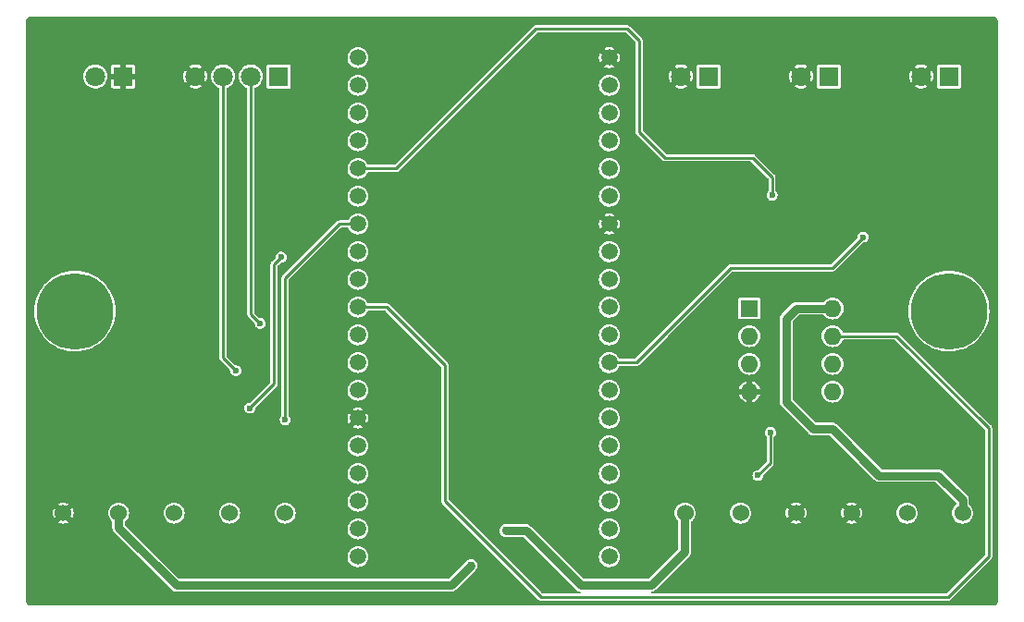
<source format=gbr>
%TF.GenerationSoftware,KiCad,Pcbnew,7.0.2*%
%TF.CreationDate,2023-06-22T14:29:26-03:00*%
%TF.ProjectId,Belliz_IOT,42656c6c-697a-45f4-994f-542e6b696361,rev?*%
%TF.SameCoordinates,Original*%
%TF.FileFunction,Copper,L2,Bot*%
%TF.FilePolarity,Positive*%
%FSLAX46Y46*%
G04 Gerber Fmt 4.6, Leading zero omitted, Abs format (unit mm)*
G04 Created by KiCad (PCBNEW 7.0.2) date 2023-06-22 14:29:26*
%MOMM*%
%LPD*%
G01*
G04 APERTURE LIST*
%TA.AperFunction,ComponentPad*%
%ADD10C,0.800000*%
%TD*%
%TA.AperFunction,ComponentPad*%
%ADD11C,7.000000*%
%TD*%
%TA.AperFunction,ComponentPad*%
%ADD12R,1.800000X1.800000*%
%TD*%
%TA.AperFunction,ComponentPad*%
%ADD13C,1.800000*%
%TD*%
%TA.AperFunction,ComponentPad*%
%ADD14C,1.500000*%
%TD*%
%TA.AperFunction,ComponentPad*%
%ADD15R,1.600000X1.600000*%
%TD*%
%TA.AperFunction,ComponentPad*%
%ADD16O,1.600000X1.600000*%
%TD*%
%TA.AperFunction,ComponentPad*%
%ADD17C,1.524000*%
%TD*%
%TA.AperFunction,ViaPad*%
%ADD18C,0.600000*%
%TD*%
%TA.AperFunction,ViaPad*%
%ADD19C,0.762000*%
%TD*%
%TA.AperFunction,Conductor*%
%ADD20C,0.762000*%
%TD*%
%TA.AperFunction,Conductor*%
%ADD21C,0.254000*%
%TD*%
G04 APERTURE END LIST*
D10*
%TO.P,REF\u002A\u002A,1*%
%TO.N,N/C*%
X135000000Y-80125000D03*
X137625000Y-77500000D03*
D11*
X135000000Y-77500000D03*
D10*
X135000000Y-74875000D03*
X133143845Y-79356155D03*
X133143845Y-75643845D03*
X136856155Y-79356155D03*
X132375000Y-77500000D03*
X136856155Y-75643845D03*
%TD*%
%TO.P,REF\u002A\u002A,1*%
%TO.N,N/C*%
X56856155Y-75643845D03*
X52375000Y-77500000D03*
X56856155Y-79356155D03*
X53143845Y-75643845D03*
X53143845Y-79356155D03*
X55000000Y-74875000D03*
D11*
X55000000Y-77500000D03*
D10*
X57625000Y-77500000D03*
X55000000Y-80125000D03*
%TD*%
D12*
%TO.P,J3,1,1*%
%TO.N,Net-(J3-Pad1)*%
X124000000Y-56000000D03*
D13*
%TO.P,J3,2,2*%
%TO.N,Earth*%
X121460000Y-56000000D03*
%TD*%
D12*
%TO.P,J2,1,1*%
%TO.N,Net-(J2-Pad1)*%
X113000000Y-56000000D03*
D13*
%TO.P,J2,2,2*%
%TO.N,Earth*%
X110460000Y-56000000D03*
%TD*%
D14*
%TO.P,J9,1,Pin_1*%
%TO.N,5V*%
X80900000Y-100000000D03*
%TO.P,J9,2,Pin_2*%
%TO.N,unconnected-(J9-Pin_2-Pad2)*%
X80900000Y-97460000D03*
%TO.P,J9,3,Pin_3*%
%TO.N,unconnected-(J9-Pin_3-Pad3)*%
X80900000Y-94920000D03*
%TO.P,J9,4,Pin_4*%
%TO.N,unconnected-(J9-Pin_4-Pad4)*%
X80900000Y-92380000D03*
%TO.P,J9,5,Pin_5*%
%TO.N,Rele_2*%
X80900000Y-89840000D03*
%TO.P,J9,6,Pin_6*%
%TO.N,Earth*%
X80900000Y-87300000D03*
%TO.P,J9,7,Pin_7*%
%TO.N,unconnected-(J9-Pin_7-Pad7)*%
X80900000Y-84760000D03*
%TO.P,J9,8,Pin_8*%
%TO.N,unconnected-(J9-Pin_8-Pad8)*%
X80900000Y-82220000D03*
%TO.P,J9,9,Pin_9*%
%TO.N,Rele_1*%
X80900000Y-79680000D03*
%TO.P,J9,10,Pin_10*%
%TO.N,OUT_RPM*%
X80900000Y-77140000D03*
%TO.P,J9,11,Pin_11*%
%TO.N,SCK_MAX6675*%
X80900000Y-74600000D03*
%TO.P,J9,12,Pin_12*%
%TO.N,CS_MAX6675*%
X80900000Y-72060000D03*
%TO.P,J9,13,Pin_13*%
%TO.N,SO_MAX6675*%
X80900000Y-69520000D03*
%TO.P,J9,14,Pin_14*%
%TO.N,unconnected-(J9-Pin_14-Pad14)*%
X80900000Y-66980000D03*
%TO.P,J9,15,Pin_15*%
%TO.N,BUFFER_ACS712*%
X80900000Y-64440000D03*
%TO.P,J9,16,Pin_16*%
%TO.N,unconnected-(J9-Pin_16-Pad16)*%
X80900000Y-61900000D03*
%TO.P,J9,17,Pin_17*%
%TO.N,unconnected-(J9-Pin_17-Pad17)*%
X80900000Y-59360000D03*
%TO.P,J9,18,Pin_18*%
%TO.N,unconnected-(J9-Pin_18-Pad18)*%
X80900000Y-56820000D03*
%TO.P,J9,19,Pin_19*%
%TO.N,3V3*%
X80900000Y-54280000D03*
%TD*%
%TO.P,J8,1,Pin_1*%
%TO.N,unconnected-(J8-Pin_1-Pad1)*%
X103900000Y-100000000D03*
%TO.P,J8,2,Pin_2*%
%TO.N,unconnected-(J8-Pin_2-Pad2)*%
X103900000Y-97460000D03*
%TO.P,J8,3,Pin_3*%
%TO.N,unconnected-(J8-Pin_3-Pad3)*%
X103900000Y-94920000D03*
%TO.P,J8,4,Pin_4*%
%TO.N,unconnected-(J8-Pin_4-Pad4)*%
X103900000Y-92380000D03*
%TO.P,J8,5,Pin_5*%
%TO.N,unconnected-(J8-Pin_5-Pad5)*%
X103900000Y-89840000D03*
%TO.P,J8,6,Pin_6*%
%TO.N,unconnected-(J8-Pin_6-Pad6)*%
X103900000Y-87300000D03*
%TO.P,J8,7,Pin_7*%
%TO.N,unconnected-(J8-Pin_7-Pad7)*%
X103900000Y-84760000D03*
%TO.P,J8,8,Pin_8*%
%TO.N,BT_CONFIG*%
X103900000Y-82220000D03*
%TO.P,J8,9,Pin_9*%
%TO.N,unconnected-(J8-Pin_9-Pad9)*%
X103900000Y-79680000D03*
%TO.P,J8,10,Pin_10*%
%TO.N,unconnected-(J8-Pin_10-Pad10)*%
X103900000Y-77140000D03*
%TO.P,J8,11,Pin_11*%
%TO.N,LED_VD*%
X103900000Y-74600000D03*
%TO.P,J8,12,Pin_12*%
%TO.N,LED_VM*%
X103900000Y-72060000D03*
%TO.P,J8,13,Pin_13*%
%TO.N,Earth*%
X103900000Y-69520000D03*
%TO.P,J8,14,Pin_14*%
%TO.N,unconnected-(J8-Pin_14-Pad14)*%
X103900000Y-66980000D03*
%TO.P,J8,15,Pin_15*%
%TO.N,unconnected-(J8-Pin_15-Pad15)*%
X103900000Y-64440000D03*
%TO.P,J8,16,Pin_16*%
%TO.N,unconnected-(J8-Pin_16-Pad16)*%
X103900000Y-61900000D03*
%TO.P,J8,17,Pin_17*%
%TO.N,unconnected-(J8-Pin_17-Pad17)*%
X103900000Y-59360000D03*
%TO.P,J8,18,Pin_18*%
%TO.N,unconnected-(J8-Pin_18-Pad18)*%
X103900000Y-56820000D03*
%TO.P,J8,19,Pin_19*%
%TO.N,Earth*%
X103900000Y-54280000D03*
%TD*%
D15*
%TO.P,U1,1*%
%TO.N,Net-(U1A--)*%
X116730000Y-77250000D03*
D16*
%TO.P,U1,2,-*%
X116730000Y-79790000D03*
%TO.P,U1,3,+*%
%TO.N,Net-(U1A-+)*%
X116730000Y-82330000D03*
%TO.P,U1,4*%
%TO.N,Earth*%
X116730000Y-84870000D03*
%TO.P,U1,5,+*%
%TO.N,OUT_TCRT5000*%
X124350000Y-84870000D03*
%TO.P,U1,6,-*%
%TO.N,Net-(U1B--)*%
X124350000Y-82330000D03*
%TO.P,U1,7*%
%TO.N,OUT_RPM*%
X124350000Y-79790000D03*
%TO.P,U1,8*%
%TO.N,5V*%
X124350000Y-77250000D03*
%TD*%
D12*
%TO.P,J1,1,1*%
%TO.N,Earth*%
X59410000Y-56000000D03*
D13*
%TO.P,J1,2,2*%
%TO.N,5V*%
X56870000Y-56000000D03*
%TD*%
D12*
%TO.P,J6,1,Pin_1*%
%TO.N,5V*%
X73640000Y-56000000D03*
D13*
%TO.P,J6,2,Pin_2*%
%TO.N,Rele_1*%
X71100000Y-56000000D03*
%TO.P,J6,3,Pin_3*%
%TO.N,Rele_2*%
X68560000Y-56000000D03*
%TO.P,J6,4,Pin_4*%
%TO.N,Earth*%
X66020000Y-56000000D03*
%TD*%
D17*
%TO.P,J10,1,Pin_1*%
%TO.N,5V*%
X136240000Y-96000000D03*
%TO.P,J10,2,Pin_2*%
%TO.N,OUT_ACS712*%
X131160000Y-96000000D03*
%TO.P,J10,3,Pin_3*%
%TO.N,Earth*%
X126080000Y-96000000D03*
%TO.P,J10,4,Pin_4*%
X121000000Y-96000000D03*
%TO.P,J10,5,Pin_5*%
%TO.N,OUT_TCRT5000*%
X115920000Y-96000000D03*
%TO.P,J10,6,Pin_6*%
%TO.N,3V3*%
X110840000Y-96000000D03*
%TD*%
%TO.P,J5,1,Pin_1*%
%TO.N,SO_MAX6675*%
X74240000Y-96000000D03*
%TO.P,J5,2,Pin_2*%
%TO.N,CS_MAX6675*%
X69160000Y-96000000D03*
%TO.P,J5,3,Pin_3*%
%TO.N,SCK_MAX6675*%
X64080000Y-96000000D03*
%TO.P,J5,4,Pin_4*%
%TO.N,3V3*%
X59000000Y-96000000D03*
%TO.P,J5,5,Pin_5*%
%TO.N,Earth*%
X53920000Y-96000000D03*
%TD*%
D12*
%TO.P,J4,1,1*%
%TO.N,BT_CONFIG*%
X135000000Y-56000000D03*
D13*
%TO.P,J4,2,2*%
%TO.N,Earth*%
X132460000Y-56000000D03*
%TD*%
D18*
%TO.N,OUT_TCRT5000*%
X118660000Y-88620000D03*
%TO.N,BUFFER_ACS712*%
X118800000Y-66880000D03*
%TO.N,BT_CONFIG*%
X127140000Y-70720000D03*
%TO.N,Rele_2*%
X69715000Y-82955000D03*
%TO.N,SO_MAX6675*%
X74240000Y-87450000D03*
%TO.N,CS_MAX6675*%
X71020000Y-86390000D03*
X73870000Y-72570000D03*
%TO.N,OUT_TCRT5000*%
X117520000Y-92560000D03*
D19*
%TO.N,3V3*%
X91250000Y-100800000D03*
X94430000Y-97610000D03*
D18*
%TO.N,Rele_1*%
X71955000Y-78625000D03*
%TD*%
D20*
%TO.N,3V3*%
X91250000Y-100800000D02*
X89440000Y-102610000D01*
X64280000Y-102610000D02*
X59000000Y-97330000D01*
X59000000Y-97330000D02*
X59000000Y-96000000D01*
X89440000Y-102610000D02*
X64280000Y-102610000D01*
D21*
%TO.N,BT_CONFIG*%
X106360000Y-82220000D02*
X103900000Y-82220000D01*
X115030000Y-73550000D02*
X106360000Y-82220000D01*
X127140000Y-70730000D02*
X124320000Y-73550000D01*
X124320000Y-73550000D02*
X115030000Y-73550000D01*
X127140000Y-70720000D02*
X127140000Y-70730000D01*
D20*
%TO.N,5V*%
X124320000Y-88280000D02*
X128610000Y-92570000D01*
X128610000Y-92570000D02*
X134020000Y-92570000D01*
X134020000Y-92570000D02*
X136240000Y-94790000D01*
X136240000Y-94790000D02*
X136240000Y-96000000D01*
X122560000Y-88280000D02*
X124320000Y-88280000D01*
X121020000Y-77250000D02*
X124350000Y-77250000D01*
X120090000Y-85810000D02*
X120090000Y-78180000D01*
X120090000Y-78180000D02*
X121020000Y-77250000D01*
X122560000Y-88280000D02*
X120090000Y-85810000D01*
%TO.N,3V3*%
X110820000Y-99530000D02*
X110820000Y-96020000D01*
X107740000Y-102610000D02*
X110820000Y-99530000D01*
X110820000Y-96020000D02*
X110840000Y-96000000D01*
X101280000Y-102610000D02*
X107740000Y-102610000D01*
X96280000Y-97610000D02*
X101280000Y-102610000D01*
X94430000Y-97610000D02*
X96280000Y-97610000D01*
D21*
%TO.N,OUT_TCRT5000*%
X118630000Y-91450000D02*
X118630000Y-88600000D01*
X117520000Y-92560000D02*
X118630000Y-91450000D01*
%TO.N,OUT_RPM*%
X130210000Y-79790000D02*
X124350000Y-79790000D01*
X138620000Y-88200000D02*
X130210000Y-79790000D01*
X88840000Y-94860000D02*
X97690000Y-103710000D01*
X97690000Y-103710000D02*
X134920000Y-103710000D01*
X134920000Y-103710000D02*
X138620000Y-100010000D01*
X88840000Y-82430000D02*
X88840000Y-94860000D01*
X83550000Y-77140000D02*
X88840000Y-82430000D01*
X80900000Y-77140000D02*
X83550000Y-77140000D01*
X138620000Y-100010000D02*
X138620000Y-88200000D01*
%TO.N,BUFFER_ACS712*%
X106640000Y-61100000D02*
X106640000Y-52760000D01*
X84400000Y-64440000D02*
X80900000Y-64440000D01*
X117020000Y-63440000D02*
X108980000Y-63440000D01*
X118800000Y-65220000D02*
X117020000Y-63440000D01*
X118800000Y-66880000D02*
X118800000Y-65220000D01*
X97190000Y-51650000D02*
X84400000Y-64440000D01*
X105530000Y-51650000D02*
X97190000Y-51650000D01*
X106640000Y-52760000D02*
X105530000Y-51650000D01*
X108980000Y-63440000D02*
X106640000Y-61100000D01*
%TO.N,Rele_2*%
X69715000Y-82955000D02*
X68560000Y-81800000D01*
X68560000Y-81800000D02*
X68560000Y-56000000D01*
%TO.N,SO_MAX6675*%
X74220000Y-87430000D02*
X74220000Y-74510000D01*
X74240000Y-87450000D02*
X74220000Y-87430000D01*
X74220000Y-74510000D02*
X79210000Y-69520000D01*
X79210000Y-69520000D02*
X80900000Y-69520000D01*
%TO.N,CS_MAX6675*%
X73230000Y-73210000D02*
X73230000Y-84170000D01*
X73870000Y-72570000D02*
X73230000Y-73210000D01*
X71020000Y-86380000D02*
X71020000Y-86390000D01*
X73230000Y-84170000D02*
X71020000Y-86380000D01*
%TO.N,Rele_1*%
X71955000Y-78625000D02*
X71100000Y-77770000D01*
X71100000Y-77770000D02*
X71100000Y-56000000D01*
%TD*%
%TA.AperFunction,Conductor*%
%TO.N,Earth*%
G36*
X139005512Y-50501121D02*
G01*
X139100073Y-50511775D01*
X139121669Y-50516705D01*
X139206202Y-50546283D01*
X139226168Y-50555899D01*
X139264079Y-50579720D01*
X139301987Y-50603540D01*
X139319319Y-50617361D01*
X139382638Y-50680680D01*
X139396459Y-50698012D01*
X139444098Y-50773828D01*
X139453718Y-50793803D01*
X139483293Y-50878326D01*
X139488225Y-50899938D01*
X139498877Y-50994469D01*
X139499500Y-51005554D01*
X139499500Y-103994444D01*
X139498877Y-104005529D01*
X139488225Y-104100061D01*
X139483293Y-104121673D01*
X139453718Y-104206196D01*
X139444098Y-104226171D01*
X139396459Y-104301987D01*
X139382638Y-104319319D01*
X139319319Y-104382638D01*
X139301987Y-104396459D01*
X139226171Y-104444098D01*
X139206196Y-104453718D01*
X139121673Y-104483293D01*
X139100061Y-104488225D01*
X139005529Y-104498877D01*
X138994444Y-104499500D01*
X51005556Y-104499500D01*
X50994471Y-104498877D01*
X50899938Y-104488225D01*
X50878326Y-104483293D01*
X50793803Y-104453718D01*
X50773828Y-104444098D01*
X50698012Y-104396459D01*
X50680680Y-104382638D01*
X50617361Y-104319319D01*
X50603540Y-104301987D01*
X50555901Y-104226171D01*
X50546283Y-104206202D01*
X50516705Y-104121669D01*
X50511775Y-104100073D01*
X50501121Y-104005512D01*
X50500500Y-103994444D01*
X50500500Y-95999999D01*
X52953344Y-95999999D01*
X52971918Y-96188583D01*
X53026926Y-96369921D01*
X53086001Y-96480443D01*
X53535096Y-96031347D01*
X53535051Y-96031898D01*
X53566266Y-96155162D01*
X53635813Y-96261612D01*
X53736157Y-96339713D01*
X53856422Y-96381000D01*
X53892552Y-96381000D01*
X53439555Y-96833997D01*
X53550078Y-96893074D01*
X53731416Y-96948081D01*
X53920000Y-96966655D01*
X54108583Y-96948081D01*
X54289921Y-96893074D01*
X54400443Y-96833997D01*
X53947446Y-96381000D01*
X53951569Y-96381000D01*
X54045421Y-96365339D01*
X54157251Y-96304820D01*
X54243371Y-96211269D01*
X54294448Y-96094823D01*
X54300105Y-96026551D01*
X54753997Y-96480443D01*
X54813074Y-96369921D01*
X54868081Y-96188583D01*
X54886655Y-96000000D01*
X58032842Y-96000000D01*
X58051426Y-96188682D01*
X58106462Y-96370116D01*
X58195835Y-96537319D01*
X58195838Y-96537324D01*
X58316117Y-96683883D01*
X58382305Y-96738202D01*
X58415292Y-96789734D01*
X58418500Y-96814730D01*
X58418500Y-97285395D01*
X58417653Y-97298316D01*
X58413482Y-97329999D01*
X58433466Y-97481801D01*
X58486568Y-97610000D01*
X58492060Y-97623259D01*
X58561865Y-97714231D01*
X58561868Y-97714234D01*
X58585269Y-97744731D01*
X58607515Y-97761801D01*
X58610611Y-97764176D01*
X58620349Y-97772715D01*
X63837280Y-102989645D01*
X63845812Y-102999374D01*
X63865269Y-103024731D01*
X63895770Y-103048135D01*
X63986741Y-103117940D01*
X64086766Y-103159371D01*
X64128198Y-103176533D01*
X64241884Y-103191500D01*
X64241885Y-103191500D01*
X64280000Y-103196518D01*
X64311682Y-103192346D01*
X64324604Y-103191500D01*
X89395396Y-103191500D01*
X89408317Y-103192346D01*
X89440000Y-103196518D01*
X89591802Y-103176533D01*
X89733259Y-103117940D01*
X89824231Y-103048135D01*
X89824231Y-103048134D01*
X89835011Y-103039863D01*
X89835013Y-103039859D01*
X89854731Y-103024731D01*
X89874182Y-102999381D01*
X89882709Y-102989655D01*
X91629651Y-101242712D01*
X91639371Y-101234189D01*
X91664731Y-101214731D01*
X91691690Y-101179595D01*
X91757940Y-101093259D01*
X91816533Y-100951801D01*
X91836519Y-100800000D01*
X91816533Y-100648198D01*
X91757940Y-100506741D01*
X91691654Y-100420355D01*
X91664731Y-100385268D01*
X91543259Y-100292060D01*
X91401801Y-100233466D01*
X91269984Y-100216112D01*
X91250000Y-100213481D01*
X91249999Y-100213481D01*
X91115858Y-100231141D01*
X91098198Y-100233466D01*
X91057741Y-100250225D01*
X90956739Y-100292060D01*
X90897522Y-100337500D01*
X90835267Y-100385270D01*
X90815814Y-100410621D01*
X90807278Y-100420355D01*
X89228130Y-101999504D01*
X89173613Y-102027281D01*
X89158126Y-102028500D01*
X64561873Y-102028500D01*
X64503682Y-102009593D01*
X64491869Y-101999504D01*
X62492365Y-100000000D01*
X79944900Y-100000000D01*
X79963252Y-100186329D01*
X80017603Y-100365501D01*
X80105862Y-100530623D01*
X80105864Y-100530625D01*
X80224643Y-100675357D01*
X80347369Y-100776076D01*
X80369376Y-100794137D01*
X80534498Y-100882396D01*
X80624083Y-100909571D01*
X80713669Y-100936747D01*
X80806834Y-100945923D01*
X80899999Y-100955099D01*
X80899999Y-100955098D01*
X80900000Y-100955099D01*
X81086331Y-100936747D01*
X81265501Y-100882396D01*
X81430625Y-100794136D01*
X81575357Y-100675357D01*
X81694136Y-100530625D01*
X81782396Y-100365501D01*
X81836747Y-100186331D01*
X81855099Y-100000000D01*
X81836747Y-99813669D01*
X81782396Y-99634499D01*
X81782396Y-99634498D01*
X81694137Y-99469376D01*
X81676076Y-99447369D01*
X81575357Y-99324643D01*
X81430625Y-99205864D01*
X81430626Y-99205864D01*
X81430623Y-99205862D01*
X81265501Y-99117603D01*
X81086329Y-99063252D01*
X80899999Y-99044900D01*
X80713670Y-99063252D01*
X80534498Y-99117603D01*
X80369376Y-99205862D01*
X80224643Y-99324643D01*
X80105862Y-99469376D01*
X80017603Y-99634498D01*
X79963252Y-99813670D01*
X79944900Y-100000000D01*
X62492365Y-100000000D01*
X62126863Y-99634498D01*
X59952366Y-97460000D01*
X79944900Y-97460000D01*
X79963252Y-97646329D01*
X80017603Y-97825501D01*
X80105862Y-97990623D01*
X80105864Y-97990625D01*
X80224643Y-98135357D01*
X80328385Y-98220496D01*
X80369376Y-98254137D01*
X80534498Y-98342396D01*
X80624084Y-98369571D01*
X80713669Y-98396747D01*
X80900000Y-98415099D01*
X81086331Y-98396747D01*
X81265501Y-98342396D01*
X81430625Y-98254136D01*
X81575357Y-98135357D01*
X81694136Y-97990625D01*
X81782396Y-97825501D01*
X81836747Y-97646331D01*
X81855099Y-97460000D01*
X81836747Y-97273669D01*
X81805864Y-97171861D01*
X81782396Y-97094498D01*
X81694137Y-96929376D01*
X81664344Y-96893074D01*
X81575357Y-96784643D01*
X81452584Y-96683885D01*
X81430623Y-96665862D01*
X81265501Y-96577603D01*
X81086329Y-96523252D01*
X80900000Y-96504900D01*
X80713670Y-96523252D01*
X80534498Y-96577603D01*
X80369376Y-96665862D01*
X80224643Y-96784643D01*
X80105862Y-96929376D01*
X80017603Y-97094498D01*
X79963252Y-97273670D01*
X79944900Y-97460000D01*
X59952366Y-97460000D01*
X59610493Y-97118127D01*
X59582718Y-97063613D01*
X59581500Y-97048138D01*
X59581500Y-96814730D01*
X59600408Y-96756539D01*
X59617695Y-96738202D01*
X59683883Y-96683883D01*
X59804162Y-96537324D01*
X59887719Y-96381000D01*
X59893537Y-96370116D01*
X59921054Y-96279398D01*
X59948573Y-96188683D01*
X59967157Y-96000000D01*
X63112842Y-96000000D01*
X63131426Y-96188682D01*
X63186462Y-96370116D01*
X63275835Y-96537319D01*
X63275838Y-96537324D01*
X63396117Y-96683883D01*
X63542676Y-96804162D01*
X63542680Y-96804164D01*
X63709883Y-96893537D01*
X63889695Y-96948081D01*
X63891317Y-96948573D01*
X64080000Y-96967157D01*
X64268683Y-96948573D01*
X64359398Y-96921054D01*
X64450116Y-96893537D01*
X64524156Y-96853960D01*
X64617324Y-96804162D01*
X64763883Y-96683883D01*
X64884162Y-96537324D01*
X64967719Y-96381000D01*
X64973537Y-96370116D01*
X65001054Y-96279398D01*
X65028573Y-96188683D01*
X65047157Y-96000000D01*
X68192842Y-96000000D01*
X68211426Y-96188682D01*
X68266462Y-96370116D01*
X68355835Y-96537319D01*
X68355838Y-96537324D01*
X68476117Y-96683883D01*
X68622676Y-96804162D01*
X68622680Y-96804164D01*
X68789883Y-96893537D01*
X68971317Y-96948573D01*
X69159999Y-96967157D01*
X69159999Y-96967156D01*
X69160000Y-96967157D01*
X69348683Y-96948573D01*
X69439398Y-96921054D01*
X69530116Y-96893537D01*
X69604156Y-96853960D01*
X69697324Y-96804162D01*
X69843883Y-96683883D01*
X69964162Y-96537324D01*
X70047719Y-96381000D01*
X70053537Y-96370116D01*
X70081054Y-96279398D01*
X70108573Y-96188683D01*
X70127157Y-96000000D01*
X73272842Y-96000000D01*
X73291426Y-96188682D01*
X73346462Y-96370116D01*
X73435835Y-96537319D01*
X73435838Y-96537324D01*
X73556117Y-96683883D01*
X73702676Y-96804162D01*
X73702680Y-96804164D01*
X73869883Y-96893537D01*
X74049695Y-96948081D01*
X74051317Y-96948573D01*
X74240000Y-96967157D01*
X74428683Y-96948573D01*
X74519398Y-96921054D01*
X74610116Y-96893537D01*
X74684156Y-96853960D01*
X74777324Y-96804162D01*
X74923883Y-96683883D01*
X75044162Y-96537324D01*
X75127719Y-96381000D01*
X75133537Y-96370116D01*
X75161054Y-96279398D01*
X75188573Y-96188683D01*
X75207157Y-96000000D01*
X75188573Y-95811317D01*
X75166451Y-95738388D01*
X75133537Y-95629883D01*
X75044164Y-95462680D01*
X75044162Y-95462676D01*
X74923883Y-95316117D01*
X74777324Y-95195838D01*
X74777320Y-95195835D01*
X74777319Y-95195835D01*
X74610116Y-95106462D01*
X74428682Y-95051426D01*
X74240000Y-95032842D01*
X74051317Y-95051426D01*
X73869883Y-95106462D01*
X73702680Y-95195835D01*
X73702676Y-95195837D01*
X73702676Y-95195838D01*
X73658501Y-95232092D01*
X73556117Y-95316117D01*
X73435835Y-95462680D01*
X73346462Y-95629883D01*
X73291426Y-95811317D01*
X73272842Y-96000000D01*
X70127157Y-96000000D01*
X70108573Y-95811317D01*
X70086451Y-95738388D01*
X70053537Y-95629883D01*
X69964164Y-95462680D01*
X69964162Y-95462676D01*
X69843883Y-95316117D01*
X69697324Y-95195838D01*
X69697320Y-95195835D01*
X69697319Y-95195835D01*
X69530116Y-95106462D01*
X69348682Y-95051426D01*
X69159999Y-95032842D01*
X68971317Y-95051426D01*
X68789883Y-95106462D01*
X68622680Y-95195835D01*
X68622676Y-95195837D01*
X68622676Y-95195838D01*
X68578501Y-95232092D01*
X68476117Y-95316117D01*
X68355835Y-95462680D01*
X68266462Y-95629883D01*
X68211426Y-95811317D01*
X68192842Y-96000000D01*
X65047157Y-96000000D01*
X65028573Y-95811317D01*
X65006451Y-95738388D01*
X64973537Y-95629883D01*
X64884164Y-95462680D01*
X64884162Y-95462676D01*
X64763883Y-95316117D01*
X64617324Y-95195838D01*
X64617320Y-95195835D01*
X64617319Y-95195835D01*
X64450116Y-95106462D01*
X64268682Y-95051426D01*
X64080000Y-95032842D01*
X63891317Y-95051426D01*
X63709883Y-95106462D01*
X63542680Y-95195835D01*
X63542676Y-95195837D01*
X63542676Y-95195838D01*
X63498501Y-95232092D01*
X63396117Y-95316117D01*
X63275835Y-95462680D01*
X63186462Y-95629883D01*
X63131426Y-95811317D01*
X63112842Y-96000000D01*
X59967157Y-96000000D01*
X59948573Y-95811317D01*
X59926451Y-95738388D01*
X59893537Y-95629883D01*
X59804164Y-95462680D01*
X59804162Y-95462676D01*
X59683883Y-95316117D01*
X59537324Y-95195838D01*
X59537320Y-95195835D01*
X59537319Y-95195835D01*
X59370116Y-95106462D01*
X59188682Y-95051426D01*
X59000000Y-95032842D01*
X58811317Y-95051426D01*
X58629883Y-95106462D01*
X58462680Y-95195835D01*
X58462676Y-95195837D01*
X58462676Y-95195838D01*
X58418501Y-95232092D01*
X58316117Y-95316117D01*
X58195835Y-95462680D01*
X58106462Y-95629883D01*
X58051426Y-95811317D01*
X58032842Y-96000000D01*
X54886655Y-96000000D01*
X54868081Y-95811416D01*
X54813074Y-95630078D01*
X54753997Y-95519555D01*
X54304903Y-95968648D01*
X54304949Y-95968102D01*
X54273734Y-95844838D01*
X54204187Y-95738388D01*
X54103843Y-95660287D01*
X53983578Y-95619000D01*
X53947444Y-95619000D01*
X54400443Y-95166001D01*
X54289921Y-95106926D01*
X54108583Y-95051918D01*
X53920000Y-95033344D01*
X53731416Y-95051918D01*
X53550078Y-95106926D01*
X53439556Y-95166002D01*
X53892554Y-95619000D01*
X53888431Y-95619000D01*
X53794579Y-95634661D01*
X53682749Y-95695180D01*
X53596629Y-95788731D01*
X53545552Y-95905177D01*
X53539894Y-95973448D01*
X53086001Y-95519555D01*
X53026926Y-95630076D01*
X52971918Y-95811416D01*
X52953344Y-95999999D01*
X50500500Y-95999999D01*
X50500500Y-94920000D01*
X79944900Y-94920000D01*
X79963252Y-95106329D01*
X80017603Y-95285501D01*
X80105862Y-95450623D01*
X80105864Y-95450625D01*
X80224643Y-95595357D01*
X80346277Y-95695180D01*
X80369376Y-95714137D01*
X80534498Y-95802396D01*
X80624084Y-95829571D01*
X80713669Y-95856747D01*
X80900000Y-95875099D01*
X81086331Y-95856747D01*
X81265501Y-95802396D01*
X81430625Y-95714136D01*
X81575357Y-95595357D01*
X81694136Y-95450625D01*
X81782396Y-95285501D01*
X81836747Y-95106331D01*
X81855099Y-94920000D01*
X81836747Y-94733669D01*
X81782396Y-94554499D01*
X81782396Y-94554498D01*
X81694137Y-94389376D01*
X81659592Y-94347283D01*
X81575357Y-94244643D01*
X81430625Y-94125864D01*
X81430626Y-94125864D01*
X81430623Y-94125862D01*
X81265501Y-94037603D01*
X81086329Y-93983252D01*
X80900000Y-93964900D01*
X80713670Y-93983252D01*
X80534498Y-94037603D01*
X80369376Y-94125862D01*
X80224643Y-94244643D01*
X80105862Y-94389376D01*
X80017603Y-94554498D01*
X79963252Y-94733670D01*
X79944900Y-94920000D01*
X50500500Y-94920000D01*
X50500500Y-92379999D01*
X79944900Y-92379999D01*
X79963252Y-92566329D01*
X80017603Y-92745501D01*
X80105862Y-92910623D01*
X80105864Y-92910625D01*
X80224643Y-93055357D01*
X80323556Y-93136533D01*
X80369376Y-93174137D01*
X80534498Y-93262396D01*
X80624084Y-93289571D01*
X80713669Y-93316747D01*
X80900000Y-93335099D01*
X81086331Y-93316747D01*
X81265501Y-93262396D01*
X81430625Y-93174136D01*
X81575357Y-93055357D01*
X81694136Y-92910625D01*
X81782396Y-92745501D01*
X81836747Y-92566331D01*
X81855099Y-92380000D01*
X81836747Y-92193669D01*
X81782396Y-92014499D01*
X81782396Y-92014498D01*
X81694137Y-91849376D01*
X81676076Y-91827369D01*
X81575357Y-91704643D01*
X81436328Y-91590544D01*
X81430623Y-91585862D01*
X81265501Y-91497603D01*
X81086329Y-91443252D01*
X80900000Y-91424900D01*
X80713670Y-91443252D01*
X80534498Y-91497603D01*
X80369376Y-91585862D01*
X80224643Y-91704643D01*
X80105862Y-91849376D01*
X80017603Y-92014498D01*
X79963252Y-92193670D01*
X79944900Y-92379999D01*
X50500500Y-92379999D01*
X50500500Y-89840000D01*
X79944900Y-89840000D01*
X79963252Y-90026329D01*
X80017603Y-90205501D01*
X80105862Y-90370623D01*
X80105864Y-90370625D01*
X80224643Y-90515357D01*
X80347369Y-90616076D01*
X80369376Y-90634137D01*
X80534498Y-90722396D01*
X80624084Y-90749571D01*
X80713669Y-90776747D01*
X80806834Y-90785923D01*
X80899999Y-90795099D01*
X80899999Y-90795098D01*
X80900000Y-90795099D01*
X81086331Y-90776747D01*
X81265501Y-90722396D01*
X81430625Y-90634136D01*
X81575357Y-90515357D01*
X81694136Y-90370625D01*
X81782396Y-90205501D01*
X81836747Y-90026331D01*
X81855099Y-89840000D01*
X81836747Y-89653669D01*
X81782396Y-89474499D01*
X81782396Y-89474498D01*
X81694137Y-89309376D01*
X81676076Y-89287369D01*
X81575357Y-89164643D01*
X81430625Y-89045864D01*
X81430626Y-89045864D01*
X81430623Y-89045862D01*
X81265501Y-88957603D01*
X81086329Y-88903252D01*
X80899999Y-88884900D01*
X80713670Y-88903252D01*
X80534498Y-88957603D01*
X80369376Y-89045862D01*
X80224643Y-89164643D01*
X80105862Y-89309376D01*
X80017603Y-89474498D01*
X79963252Y-89653670D01*
X79944900Y-89840000D01*
X50500500Y-89840000D01*
X50500500Y-87450000D01*
X73734352Y-87450000D01*
X73754834Y-87592455D01*
X73810099Y-87713466D01*
X73814623Y-87723373D01*
X73907555Y-87830623D01*
X73908874Y-87832145D01*
X74029945Y-87909952D01*
X74029947Y-87909953D01*
X74168039Y-87950500D01*
X74311961Y-87950500D01*
X74450053Y-87909953D01*
X74571128Y-87832143D01*
X74665377Y-87723373D01*
X74725165Y-87592457D01*
X74745647Y-87450000D01*
X74725165Y-87307543D01*
X74721720Y-87300000D01*
X79945402Y-87300000D01*
X79963744Y-87486231D01*
X80018065Y-87665306D01*
X80074868Y-87771576D01*
X80455549Y-87390894D01*
X80456327Y-87401265D01*
X80505887Y-87527541D01*
X80590465Y-87633599D01*
X80702547Y-87710016D01*
X80810299Y-87743252D01*
X80428422Y-88125130D01*
X80534693Y-88181934D01*
X80713768Y-88236255D01*
X80900000Y-88254597D01*
X81086230Y-88236256D01*
X81265307Y-88181932D01*
X81371576Y-88125130D01*
X80988230Y-87741784D01*
X81034138Y-87734865D01*
X81156357Y-87676007D01*
X81255798Y-87583740D01*
X81323625Y-87466260D01*
X81341499Y-87387945D01*
X81725130Y-87771576D01*
X81781932Y-87665307D01*
X81836256Y-87486230D01*
X81854597Y-87300000D01*
X81836255Y-87113768D01*
X81781934Y-86934693D01*
X81725130Y-86828422D01*
X81344449Y-87209102D01*
X81343673Y-87198735D01*
X81294113Y-87072459D01*
X81209535Y-86966401D01*
X81097453Y-86889984D01*
X80989697Y-86856746D01*
X81371576Y-86474868D01*
X81265306Y-86418065D01*
X81086231Y-86363744D01*
X80900000Y-86345402D01*
X80713768Y-86363744D01*
X80534691Y-86418066D01*
X80428422Y-86474868D01*
X80811769Y-86858215D01*
X80765862Y-86865135D01*
X80643643Y-86923993D01*
X80544202Y-87016260D01*
X80476375Y-87133740D01*
X80458500Y-87212054D01*
X80074868Y-86828422D01*
X80018066Y-86934691D01*
X79963744Y-87113768D01*
X79945402Y-87300000D01*
X74721720Y-87300000D01*
X74665377Y-87176627D01*
X74571681Y-87068495D01*
X74547863Y-87012135D01*
X74547500Y-87003664D01*
X74547500Y-84759999D01*
X79944900Y-84759999D01*
X79963252Y-84946329D01*
X80017603Y-85125501D01*
X80105862Y-85290623D01*
X80105864Y-85290625D01*
X80224643Y-85435357D01*
X80337682Y-85528126D01*
X80369376Y-85554137D01*
X80534498Y-85642396D01*
X80624084Y-85669571D01*
X80713669Y-85696747D01*
X80900000Y-85715099D01*
X81086331Y-85696747D01*
X81265501Y-85642396D01*
X81430625Y-85554136D01*
X81575357Y-85435357D01*
X81694136Y-85290625D01*
X81782396Y-85125501D01*
X81836747Y-84946331D01*
X81855099Y-84760000D01*
X81836747Y-84573669D01*
X81805299Y-84470000D01*
X81782396Y-84394498D01*
X81694137Y-84229376D01*
X81637211Y-84160012D01*
X81575357Y-84084643D01*
X81430625Y-83965864D01*
X81430626Y-83965864D01*
X81430623Y-83965862D01*
X81265501Y-83877603D01*
X81086329Y-83823252D01*
X80900000Y-83804900D01*
X80713670Y-83823252D01*
X80534498Y-83877603D01*
X80369376Y-83965862D01*
X80224643Y-84084643D01*
X80105862Y-84229376D01*
X80017603Y-84394498D01*
X79963252Y-84573670D01*
X79944900Y-84759999D01*
X74547500Y-84759999D01*
X74547500Y-82219999D01*
X79944900Y-82219999D01*
X79963252Y-82406329D01*
X80017603Y-82585501D01*
X80105862Y-82750623D01*
X80141983Y-82794636D01*
X80224643Y-82895357D01*
X80297318Y-82955000D01*
X80369376Y-83014137D01*
X80534498Y-83102396D01*
X80624084Y-83129571D01*
X80713669Y-83156747D01*
X80900000Y-83175099D01*
X81086331Y-83156747D01*
X81265501Y-83102396D01*
X81430625Y-83014136D01*
X81575357Y-82895357D01*
X81694136Y-82750625D01*
X81782396Y-82585501D01*
X81836747Y-82406331D01*
X81855099Y-82220000D01*
X81836747Y-82033669D01*
X81782396Y-81854499D01*
X81782396Y-81854498D01*
X81694137Y-81689376D01*
X81673594Y-81664345D01*
X81575357Y-81544643D01*
X81430625Y-81425864D01*
X81430626Y-81425864D01*
X81430623Y-81425862D01*
X81265501Y-81337603D01*
X81086329Y-81283252D01*
X80900000Y-81264900D01*
X80713670Y-81283252D01*
X80534498Y-81337603D01*
X80369376Y-81425862D01*
X80224643Y-81544643D01*
X80105862Y-81689376D01*
X80017603Y-81854498D01*
X79963252Y-82033670D01*
X79944900Y-82219999D01*
X74547500Y-82219999D01*
X74547500Y-79680000D01*
X79944900Y-79680000D01*
X79963252Y-79866329D01*
X80017603Y-80045501D01*
X80105862Y-80210623D01*
X80141281Y-80253781D01*
X80224643Y-80355357D01*
X80347369Y-80456076D01*
X80369376Y-80474137D01*
X80534498Y-80562396D01*
X80624084Y-80589571D01*
X80713669Y-80616747D01*
X80806703Y-80625910D01*
X80899999Y-80635099D01*
X80899999Y-80635098D01*
X80900000Y-80635099D01*
X81086331Y-80616747D01*
X81265501Y-80562396D01*
X81430625Y-80474136D01*
X81575357Y-80355357D01*
X81694136Y-80210625D01*
X81782396Y-80045501D01*
X81836747Y-79866331D01*
X81855099Y-79680000D01*
X81836747Y-79493669D01*
X81782396Y-79314499D01*
X81782396Y-79314498D01*
X81694137Y-79149376D01*
X81636476Y-79079117D01*
X81575357Y-79004643D01*
X81430625Y-78885864D01*
X81430626Y-78885864D01*
X81430623Y-78885862D01*
X81265501Y-78797603D01*
X81086329Y-78743252D01*
X80899999Y-78724900D01*
X80713670Y-78743252D01*
X80534498Y-78797603D01*
X80369376Y-78885862D01*
X80224643Y-79004643D01*
X80105862Y-79149376D01*
X80017603Y-79314498D01*
X79963252Y-79493670D01*
X79944900Y-79680000D01*
X74547500Y-79680000D01*
X74547500Y-77140000D01*
X79944900Y-77140000D01*
X79963252Y-77326329D01*
X80017603Y-77505501D01*
X80105862Y-77670623D01*
X80141983Y-77714636D01*
X80224643Y-77815357D01*
X80312352Y-77887338D01*
X80369376Y-77934137D01*
X80534498Y-78022396D01*
X80553625Y-78028198D01*
X80713669Y-78076747D01*
X80900000Y-78095099D01*
X81086331Y-78076747D01*
X81265501Y-78022396D01*
X81430625Y-77934136D01*
X81575357Y-77815357D01*
X81694136Y-77670625D01*
X81774737Y-77519830D01*
X81818841Y-77477425D01*
X81862046Y-77467500D01*
X83373338Y-77467500D01*
X83431529Y-77486407D01*
X83443342Y-77496496D01*
X88483504Y-82536658D01*
X88511281Y-82591175D01*
X88512500Y-82606662D01*
X88512500Y-94841382D01*
X88512123Y-94850012D01*
X88508712Y-94888984D01*
X88518839Y-94926778D01*
X88520708Y-94935207D01*
X88527502Y-94973737D01*
X88528303Y-94975124D01*
X88538192Y-94998999D01*
X88538605Y-95000543D01*
X88561045Y-95032589D01*
X88565680Y-95039864D01*
X88575219Y-95056386D01*
X88585250Y-95073761D01*
X88615223Y-95098911D01*
X88621591Y-95104745D01*
X97445253Y-103928407D01*
X97451087Y-103934774D01*
X97476240Y-103964750D01*
X97510127Y-103984315D01*
X97517409Y-103988955D01*
X97549454Y-104011393D01*
X97549456Y-104011393D01*
X97549457Y-104011394D01*
X97550991Y-104011805D01*
X97550995Y-104011806D01*
X97574873Y-104021696D01*
X97576261Y-104022497D01*
X97600589Y-104026786D01*
X97614788Y-104029290D01*
X97623224Y-104031160D01*
X97661015Y-104041287D01*
X97661015Y-104041286D01*
X97661016Y-104041287D01*
X97699988Y-104037876D01*
X97708618Y-104037500D01*
X134901382Y-104037500D01*
X134910012Y-104037877D01*
X134948982Y-104041287D01*
X134948982Y-104041286D01*
X134948984Y-104041287D01*
X134986785Y-104031157D01*
X134995211Y-104029290D01*
X135033736Y-104022498D01*
X135033737Y-104022497D01*
X135033739Y-104022497D01*
X135035116Y-104021701D01*
X135059003Y-104011806D01*
X135060543Y-104011394D01*
X135092591Y-103988952D01*
X135099876Y-103984312D01*
X135133760Y-103964750D01*
X135158916Y-103934768D01*
X135164730Y-103928422D01*
X138838423Y-100254730D01*
X138844782Y-100248905D01*
X138874750Y-100223760D01*
X138894311Y-100189877D01*
X138898948Y-100182597D01*
X138921394Y-100150543D01*
X138921806Y-100149003D01*
X138931701Y-100125116D01*
X138932497Y-100123739D01*
X138939296Y-100085171D01*
X138941152Y-100076800D01*
X138951286Y-100038984D01*
X138947877Y-100000019D01*
X138947500Y-99991390D01*
X138947500Y-88218617D01*
X138947877Y-88209987D01*
X138951287Y-88171015D01*
X138941160Y-88133224D01*
X138939290Y-88124788D01*
X138932497Y-88086262D01*
X138932497Y-88086261D01*
X138931696Y-88084873D01*
X138921806Y-88060995D01*
X138921393Y-88059454D01*
X138898955Y-88027409D01*
X138894315Y-88020127D01*
X138874750Y-87986240D01*
X138844774Y-87961087D01*
X138838407Y-87955253D01*
X130454745Y-79571591D01*
X130448911Y-79565223D01*
X130423761Y-79535250D01*
X130407861Y-79526070D01*
X130389864Y-79515680D01*
X130382589Y-79511045D01*
X130350543Y-79488605D01*
X130348999Y-79488192D01*
X130325126Y-79478303D01*
X130323739Y-79477503D01*
X130323738Y-79477502D01*
X130323737Y-79477502D01*
X130285207Y-79470708D01*
X130276778Y-79468839D01*
X130238984Y-79458712D01*
X130200012Y-79462123D01*
X130191382Y-79462500D01*
X125368740Y-79462500D01*
X125310549Y-79443593D01*
X125281430Y-79410168D01*
X125185911Y-79231462D01*
X125118543Y-79149376D01*
X125060883Y-79079117D01*
X124908538Y-78954090D01*
X124908539Y-78954090D01*
X124908536Y-78954088D01*
X124734727Y-78861185D01*
X124546130Y-78803975D01*
X124350000Y-78784658D01*
X124153869Y-78803975D01*
X123965272Y-78861185D01*
X123791463Y-78954088D01*
X123639117Y-79079117D01*
X123514088Y-79231463D01*
X123421185Y-79405272D01*
X123363975Y-79593869D01*
X123344658Y-79789999D01*
X123363975Y-79986130D01*
X123421185Y-80174727D01*
X123514088Y-80348536D01*
X123514089Y-80348537D01*
X123514090Y-80348538D01*
X123639117Y-80500883D01*
X123768298Y-80606900D01*
X123791463Y-80625911D01*
X123965272Y-80718814D01*
X124059570Y-80747419D01*
X124153868Y-80776024D01*
X124350000Y-80795341D01*
X124546132Y-80776024D01*
X124734727Y-80718814D01*
X124908538Y-80625910D01*
X125060883Y-80500883D01*
X125185910Y-80348538D01*
X125185912Y-80348536D01*
X125281430Y-80169832D01*
X125325535Y-80127425D01*
X125368740Y-80117500D01*
X130033338Y-80117500D01*
X130091529Y-80136407D01*
X130103342Y-80146496D01*
X138263504Y-88306658D01*
X138291281Y-88361175D01*
X138292500Y-88376662D01*
X138292500Y-99833337D01*
X138273593Y-99891528D01*
X138263504Y-99903341D01*
X134813342Y-103353504D01*
X134758825Y-103381281D01*
X134743338Y-103382500D01*
X107837775Y-103382500D01*
X107779584Y-103363593D01*
X107743620Y-103314093D01*
X107743620Y-103252907D01*
X107779584Y-103203407D01*
X107824853Y-103185347D01*
X107842335Y-103183045D01*
X107891802Y-103176533D01*
X108033259Y-103117940D01*
X108124231Y-103048135D01*
X108124234Y-103048131D01*
X108154731Y-103024731D01*
X108174182Y-102999378D01*
X108182706Y-102989657D01*
X111199651Y-99972712D01*
X111209371Y-99964189D01*
X111234731Y-99944731D01*
X111261690Y-99909595D01*
X111327940Y-99823259D01*
X111386533Y-99681802D01*
X111406518Y-99530000D01*
X111402347Y-99498316D01*
X111401500Y-99485395D01*
X111401500Y-96831144D01*
X111420407Y-96772953D01*
X111437695Y-96754616D01*
X111523883Y-96683883D01*
X111644162Y-96537324D01*
X111727719Y-96381000D01*
X111733537Y-96370116D01*
X111761054Y-96279399D01*
X111788573Y-96188683D01*
X111807157Y-96000000D01*
X111807157Y-95999999D01*
X114952842Y-95999999D01*
X114971426Y-96188682D01*
X115026462Y-96370116D01*
X115115835Y-96537319D01*
X115115838Y-96537324D01*
X115236117Y-96683883D01*
X115382676Y-96804162D01*
X115382680Y-96804164D01*
X115549883Y-96893537D01*
X115729695Y-96948081D01*
X115731317Y-96948573D01*
X115920000Y-96967157D01*
X116108683Y-96948573D01*
X116199398Y-96921054D01*
X116290116Y-96893537D01*
X116364156Y-96853960D01*
X116457324Y-96804162D01*
X116603883Y-96683883D01*
X116724162Y-96537324D01*
X116807719Y-96381000D01*
X116813537Y-96370116D01*
X116841054Y-96279399D01*
X116868573Y-96188683D01*
X116887157Y-96000000D01*
X120033344Y-96000000D01*
X120051918Y-96188583D01*
X120106926Y-96369921D01*
X120166001Y-96480443D01*
X120615096Y-96031347D01*
X120615051Y-96031898D01*
X120646266Y-96155162D01*
X120715813Y-96261612D01*
X120816157Y-96339713D01*
X120936422Y-96381000D01*
X120972552Y-96381000D01*
X120519555Y-96833997D01*
X120630078Y-96893074D01*
X120811416Y-96948081D01*
X121000000Y-96966655D01*
X121188583Y-96948081D01*
X121369921Y-96893074D01*
X121480443Y-96833997D01*
X121027446Y-96381000D01*
X121031569Y-96381000D01*
X121125421Y-96365339D01*
X121237251Y-96304820D01*
X121323371Y-96211269D01*
X121374448Y-96094823D01*
X121380105Y-96026551D01*
X121833997Y-96480443D01*
X121893074Y-96369921D01*
X121948081Y-96188583D01*
X121966655Y-96000000D01*
X125113344Y-96000000D01*
X125131918Y-96188583D01*
X125186926Y-96369921D01*
X125246001Y-96480443D01*
X125695096Y-96031347D01*
X125695051Y-96031898D01*
X125726266Y-96155162D01*
X125795813Y-96261612D01*
X125896157Y-96339713D01*
X126016422Y-96381000D01*
X126052552Y-96381000D01*
X125599555Y-96833997D01*
X125710078Y-96893074D01*
X125891416Y-96948081D01*
X126079999Y-96966655D01*
X126268583Y-96948081D01*
X126449921Y-96893074D01*
X126560443Y-96833997D01*
X126107446Y-96381000D01*
X126111569Y-96381000D01*
X126205421Y-96365339D01*
X126317251Y-96304820D01*
X126403371Y-96211269D01*
X126454448Y-96094823D01*
X126460105Y-96026551D01*
X126913997Y-96480443D01*
X126973074Y-96369921D01*
X127028081Y-96188583D01*
X127046655Y-96000000D01*
X130192842Y-96000000D01*
X130211426Y-96188682D01*
X130266462Y-96370116D01*
X130355835Y-96537319D01*
X130355838Y-96537324D01*
X130476117Y-96683883D01*
X130622676Y-96804162D01*
X130622680Y-96804164D01*
X130789883Y-96893537D01*
X130969695Y-96948081D01*
X130971317Y-96948573D01*
X131160000Y-96967157D01*
X131348683Y-96948573D01*
X131439398Y-96921054D01*
X131530116Y-96893537D01*
X131604156Y-96853960D01*
X131697324Y-96804162D01*
X131843883Y-96683883D01*
X131964162Y-96537324D01*
X132047719Y-96381000D01*
X132053537Y-96370116D01*
X132081054Y-96279399D01*
X132108573Y-96188683D01*
X132127157Y-96000000D01*
X132108573Y-95811317D01*
X132086451Y-95738388D01*
X132053537Y-95629883D01*
X131964164Y-95462680D01*
X131964162Y-95462676D01*
X131843883Y-95316117D01*
X131697324Y-95195838D01*
X131697320Y-95195835D01*
X131697319Y-95195835D01*
X131530116Y-95106462D01*
X131348682Y-95051426D01*
X131159999Y-95032842D01*
X130971317Y-95051426D01*
X130789883Y-95106462D01*
X130622680Y-95195835D01*
X130622676Y-95195837D01*
X130622676Y-95195838D01*
X130578501Y-95232092D01*
X130476117Y-95316117D01*
X130355835Y-95462680D01*
X130266462Y-95629883D01*
X130211426Y-95811317D01*
X130192842Y-96000000D01*
X127046655Y-96000000D01*
X127028081Y-95811416D01*
X126973074Y-95630078D01*
X126913997Y-95519555D01*
X126464903Y-95968648D01*
X126464949Y-95968102D01*
X126433734Y-95844838D01*
X126364187Y-95738388D01*
X126263843Y-95660287D01*
X126143578Y-95619000D01*
X126107444Y-95619000D01*
X126560443Y-95166001D01*
X126449921Y-95106926D01*
X126268583Y-95051918D01*
X126080000Y-95033344D01*
X125891416Y-95051918D01*
X125710076Y-95106926D01*
X125599555Y-95166001D01*
X126052554Y-95619000D01*
X126048431Y-95619000D01*
X125954579Y-95634661D01*
X125842749Y-95695180D01*
X125756629Y-95788731D01*
X125705552Y-95905177D01*
X125699894Y-95973448D01*
X125246002Y-95519556D01*
X125186926Y-95630078D01*
X125131918Y-95811416D01*
X125113344Y-96000000D01*
X121966655Y-96000000D01*
X121948081Y-95811416D01*
X121893074Y-95630078D01*
X121833997Y-95519555D01*
X121384903Y-95968648D01*
X121384949Y-95968102D01*
X121353734Y-95844838D01*
X121284187Y-95738388D01*
X121183843Y-95660287D01*
X121063578Y-95619000D01*
X121027444Y-95619000D01*
X121480443Y-95166001D01*
X121369921Y-95106926D01*
X121188583Y-95051918D01*
X121000000Y-95033344D01*
X120811416Y-95051918D01*
X120630076Y-95106926D01*
X120519555Y-95166001D01*
X120972554Y-95619000D01*
X120968431Y-95619000D01*
X120874579Y-95634661D01*
X120762749Y-95695180D01*
X120676629Y-95788731D01*
X120625552Y-95905177D01*
X120619894Y-95973448D01*
X120166001Y-95519555D01*
X120106926Y-95630076D01*
X120051918Y-95811416D01*
X120033344Y-96000000D01*
X116887157Y-96000000D01*
X116868573Y-95811317D01*
X116846451Y-95738388D01*
X116813537Y-95629883D01*
X116724164Y-95462680D01*
X116724162Y-95462676D01*
X116603883Y-95316117D01*
X116457324Y-95195838D01*
X116457320Y-95195835D01*
X116457319Y-95195835D01*
X116290116Y-95106462D01*
X116108682Y-95051426D01*
X115920000Y-95032842D01*
X115731317Y-95051426D01*
X115549883Y-95106462D01*
X115382680Y-95195835D01*
X115382676Y-95195837D01*
X115382676Y-95195838D01*
X115338501Y-95232092D01*
X115236117Y-95316117D01*
X115115835Y-95462680D01*
X115026462Y-95629883D01*
X114971426Y-95811317D01*
X114952842Y-95999999D01*
X111807157Y-95999999D01*
X111788573Y-95811317D01*
X111766451Y-95738388D01*
X111733537Y-95629883D01*
X111644164Y-95462680D01*
X111644162Y-95462676D01*
X111523883Y-95316117D01*
X111377324Y-95195838D01*
X111377320Y-95195835D01*
X111377319Y-95195835D01*
X111210116Y-95106462D01*
X111028682Y-95051426D01*
X110840000Y-95032842D01*
X110651317Y-95051426D01*
X110469883Y-95106462D01*
X110302680Y-95195835D01*
X110302676Y-95195837D01*
X110302676Y-95195838D01*
X110258501Y-95232092D01*
X110156117Y-95316117D01*
X110035835Y-95462680D01*
X109946462Y-95629883D01*
X109891426Y-95811317D01*
X109872842Y-96000000D01*
X109891426Y-96188682D01*
X109946462Y-96370116D01*
X110035835Y-96537319D01*
X110035838Y-96537324D01*
X110156117Y-96683883D01*
X110178838Y-96702529D01*
X110202305Y-96721789D01*
X110235292Y-96773320D01*
X110238499Y-96798316D01*
X110238500Y-99248126D01*
X110219593Y-99306317D01*
X110209504Y-99318130D01*
X107528130Y-101999504D01*
X107473613Y-102027281D01*
X107458126Y-102028500D01*
X101561873Y-102028500D01*
X101503682Y-102009593D01*
X101491869Y-101999504D01*
X99492365Y-100000000D01*
X102944900Y-100000000D01*
X102963252Y-100186329D01*
X103017603Y-100365501D01*
X103105862Y-100530623D01*
X103105864Y-100530625D01*
X103224643Y-100675357D01*
X103347369Y-100776076D01*
X103369376Y-100794137D01*
X103534498Y-100882396D01*
X103624084Y-100909571D01*
X103713669Y-100936747D01*
X103806834Y-100945923D01*
X103899999Y-100955099D01*
X103899999Y-100955098D01*
X103900000Y-100955099D01*
X104086331Y-100936747D01*
X104265501Y-100882396D01*
X104430625Y-100794136D01*
X104575357Y-100675357D01*
X104694136Y-100530625D01*
X104782396Y-100365501D01*
X104836747Y-100186331D01*
X104855099Y-100000000D01*
X104836747Y-99813669D01*
X104782396Y-99634499D01*
X104782396Y-99634498D01*
X104694137Y-99469376D01*
X104676076Y-99447369D01*
X104575357Y-99324643D01*
X104430625Y-99205864D01*
X104430626Y-99205864D01*
X104430623Y-99205862D01*
X104265501Y-99117603D01*
X104086329Y-99063252D01*
X103900000Y-99044900D01*
X103713670Y-99063252D01*
X103534498Y-99117603D01*
X103369376Y-99205862D01*
X103224643Y-99324643D01*
X103105862Y-99469376D01*
X103017603Y-99634498D01*
X102963252Y-99813670D01*
X102944900Y-100000000D01*
X99492365Y-100000000D01*
X96952366Y-97460000D01*
X102944900Y-97460000D01*
X102963252Y-97646329D01*
X103017603Y-97825501D01*
X103105862Y-97990623D01*
X103105864Y-97990625D01*
X103224643Y-98135357D01*
X103328385Y-98220496D01*
X103369376Y-98254137D01*
X103534498Y-98342396D01*
X103624084Y-98369571D01*
X103713669Y-98396747D01*
X103806834Y-98405923D01*
X103899999Y-98415099D01*
X103899999Y-98415098D01*
X103900000Y-98415099D01*
X104086331Y-98396747D01*
X104265501Y-98342396D01*
X104430625Y-98254136D01*
X104575357Y-98135357D01*
X104694136Y-97990625D01*
X104782396Y-97825501D01*
X104836747Y-97646331D01*
X104855099Y-97460000D01*
X104836747Y-97273669D01*
X104805864Y-97171861D01*
X104782396Y-97094498D01*
X104694137Y-96929376D01*
X104664344Y-96893074D01*
X104575357Y-96784643D01*
X104452584Y-96683885D01*
X104430623Y-96665862D01*
X104265501Y-96577603D01*
X104086329Y-96523252D01*
X103899999Y-96504900D01*
X103713670Y-96523252D01*
X103534498Y-96577603D01*
X103369376Y-96665862D01*
X103224643Y-96784643D01*
X103105862Y-96929376D01*
X103017603Y-97094498D01*
X102963252Y-97273670D01*
X102944900Y-97460000D01*
X96952366Y-97460000D01*
X96722715Y-97230349D01*
X96714176Y-97220611D01*
X96694730Y-97195268D01*
X96664235Y-97171869D01*
X96664226Y-97171861D01*
X96573259Y-97102060D01*
X96431801Y-97043466D01*
X96299983Y-97026112D01*
X96280000Y-97023482D01*
X96279999Y-97023482D01*
X96248318Y-97027653D01*
X96235396Y-97028500D01*
X94474604Y-97028500D01*
X94461682Y-97027653D01*
X94430000Y-97023482D01*
X94278198Y-97043466D01*
X94136740Y-97102061D01*
X94015268Y-97195268D01*
X93922061Y-97316740D01*
X93863466Y-97458198D01*
X93843482Y-97610000D01*
X93863466Y-97761801D01*
X93922061Y-97903259D01*
X94015268Y-98024731D01*
X94108476Y-98096250D01*
X94136741Y-98117939D01*
X94278198Y-98176533D01*
X94430000Y-98196518D01*
X94461682Y-98192346D01*
X94474604Y-98191500D01*
X95998126Y-98191500D01*
X96056317Y-98210407D01*
X96068130Y-98220496D01*
X100837280Y-102989645D01*
X100845812Y-102999374D01*
X100865269Y-103024731D01*
X100895770Y-103048135D01*
X100986741Y-103117940D01*
X101086765Y-103159371D01*
X101128198Y-103176533D01*
X101195147Y-103185347D01*
X101250372Y-103211688D01*
X101279567Y-103265458D01*
X101271581Y-103326120D01*
X101229464Y-103370503D01*
X101182225Y-103382500D01*
X97866662Y-103382500D01*
X97808471Y-103363593D01*
X97796658Y-103353504D01*
X89363153Y-94919999D01*
X102944900Y-94919999D01*
X102963252Y-95106329D01*
X103017603Y-95285501D01*
X103105862Y-95450623D01*
X103105864Y-95450625D01*
X103224643Y-95595357D01*
X103346277Y-95695180D01*
X103369376Y-95714137D01*
X103534498Y-95802396D01*
X103624084Y-95829571D01*
X103713669Y-95856747D01*
X103806834Y-95865923D01*
X103899999Y-95875099D01*
X103899999Y-95875098D01*
X103900000Y-95875099D01*
X104086331Y-95856747D01*
X104265501Y-95802396D01*
X104430625Y-95714136D01*
X104575357Y-95595357D01*
X104694136Y-95450625D01*
X104782396Y-95285501D01*
X104836747Y-95106331D01*
X104855099Y-94920000D01*
X104836747Y-94733669D01*
X104782396Y-94554499D01*
X104782396Y-94554498D01*
X104694137Y-94389376D01*
X104659592Y-94347283D01*
X104575357Y-94244643D01*
X104430625Y-94125864D01*
X104430626Y-94125864D01*
X104430623Y-94125862D01*
X104265501Y-94037603D01*
X104086329Y-93983252D01*
X103899999Y-93964900D01*
X103713670Y-93983252D01*
X103534498Y-94037603D01*
X103369376Y-94125862D01*
X103224643Y-94244643D01*
X103105862Y-94389376D01*
X103017603Y-94554498D01*
X102963252Y-94733670D01*
X102944900Y-94919999D01*
X89363153Y-94919999D01*
X89196496Y-94753342D01*
X89168719Y-94698825D01*
X89167500Y-94683338D01*
X89167500Y-92379999D01*
X102944900Y-92379999D01*
X102963252Y-92566329D01*
X103017603Y-92745501D01*
X103105862Y-92910623D01*
X103105864Y-92910625D01*
X103224643Y-93055357D01*
X103323556Y-93136533D01*
X103369376Y-93174137D01*
X103534498Y-93262396D01*
X103624084Y-93289571D01*
X103713669Y-93316747D01*
X103806834Y-93325923D01*
X103899999Y-93335099D01*
X103899999Y-93335098D01*
X103900000Y-93335099D01*
X104086331Y-93316747D01*
X104265501Y-93262396D01*
X104430625Y-93174136D01*
X104575357Y-93055357D01*
X104694136Y-92910625D01*
X104782396Y-92745501D01*
X104836747Y-92566331D01*
X104837371Y-92560000D01*
X117014352Y-92560000D01*
X117034834Y-92702455D01*
X117034835Y-92702457D01*
X117094623Y-92833373D01*
X117161560Y-92910623D01*
X117188874Y-92942145D01*
X117309945Y-93019952D01*
X117309947Y-93019953D01*
X117448039Y-93060500D01*
X117591961Y-93060500D01*
X117730053Y-93019953D01*
X117851128Y-92942143D01*
X117945377Y-92833373D01*
X118005165Y-92702457D01*
X118025647Y-92560000D01*
X118027673Y-92545910D01*
X118031754Y-92546496D01*
X118037786Y-92511620D01*
X118055343Y-92487809D01*
X118848422Y-91694730D01*
X118854768Y-91688916D01*
X118884750Y-91663760D01*
X118904313Y-91629873D01*
X118908954Y-91622589D01*
X118931393Y-91590544D01*
X118931392Y-91590544D01*
X118931394Y-91590543D01*
X118931806Y-91589003D01*
X118941701Y-91565116D01*
X118942497Y-91563739D01*
X118949290Y-91525211D01*
X118951157Y-91516785D01*
X118961287Y-91478984D01*
X118957876Y-91440011D01*
X118957500Y-91431382D01*
X118957500Y-90370623D01*
X118957500Y-89077808D01*
X118976406Y-89019621D01*
X118982730Y-89013702D01*
X118981806Y-89012901D01*
X118992848Y-89000158D01*
X119085377Y-88893373D01*
X119145165Y-88762457D01*
X119165647Y-88620000D01*
X119145165Y-88477543D01*
X119085377Y-88346627D01*
X118991128Y-88237857D01*
X118991127Y-88237856D01*
X118991125Y-88237854D01*
X118870054Y-88160047D01*
X118731961Y-88119500D01*
X118588039Y-88119500D01*
X118449945Y-88160047D01*
X118328874Y-88237854D01*
X118234622Y-88346628D01*
X118174834Y-88477544D01*
X118154352Y-88619999D01*
X118174834Y-88762455D01*
X118228702Y-88880407D01*
X118234623Y-88893373D01*
X118278320Y-88943802D01*
X118302137Y-89000158D01*
X118302500Y-89008631D01*
X118302500Y-91273337D01*
X118283593Y-91331528D01*
X118273504Y-91343341D01*
X117586342Y-92030504D01*
X117531825Y-92058281D01*
X117516338Y-92059500D01*
X117448039Y-92059500D01*
X117309945Y-92100047D01*
X117188874Y-92177854D01*
X117094622Y-92286628D01*
X117034834Y-92417544D01*
X117014352Y-92560000D01*
X104837371Y-92560000D01*
X104855099Y-92380000D01*
X104836747Y-92193669D01*
X104782396Y-92014499D01*
X104782396Y-92014498D01*
X104694137Y-91849376D01*
X104676076Y-91827369D01*
X104575357Y-91704643D01*
X104436328Y-91590544D01*
X104430623Y-91585862D01*
X104265501Y-91497603D01*
X104086329Y-91443252D01*
X103899999Y-91424900D01*
X103713670Y-91443252D01*
X103534498Y-91497603D01*
X103369376Y-91585862D01*
X103224643Y-91704643D01*
X103105862Y-91849376D01*
X103017603Y-92014498D01*
X102963252Y-92193670D01*
X102944900Y-92379999D01*
X89167500Y-92379999D01*
X89167500Y-89839999D01*
X102944900Y-89839999D01*
X102963252Y-90026329D01*
X103017603Y-90205501D01*
X103105862Y-90370623D01*
X103105864Y-90370625D01*
X103224643Y-90515357D01*
X103347369Y-90616076D01*
X103369376Y-90634137D01*
X103534498Y-90722396D01*
X103624084Y-90749571D01*
X103713669Y-90776747D01*
X103900000Y-90795099D01*
X104086331Y-90776747D01*
X104265501Y-90722396D01*
X104430625Y-90634136D01*
X104575357Y-90515357D01*
X104694136Y-90370625D01*
X104782396Y-90205501D01*
X104836747Y-90026331D01*
X104855099Y-89840000D01*
X104836747Y-89653669D01*
X104782396Y-89474499D01*
X104782396Y-89474498D01*
X104694137Y-89309376D01*
X104676076Y-89287369D01*
X104575357Y-89164643D01*
X104430625Y-89045864D01*
X104430626Y-89045864D01*
X104430623Y-89045862D01*
X104265501Y-88957603D01*
X104086329Y-88903252D01*
X103900000Y-88884900D01*
X103713670Y-88903252D01*
X103534498Y-88957603D01*
X103369376Y-89045862D01*
X103224643Y-89164643D01*
X103105862Y-89309376D01*
X103017603Y-89474498D01*
X102963252Y-89653670D01*
X102944900Y-89839999D01*
X89167500Y-89839999D01*
X89167500Y-87300000D01*
X102944900Y-87300000D01*
X102963252Y-87486329D01*
X103017603Y-87665501D01*
X103105862Y-87830623D01*
X103134295Y-87865268D01*
X103224643Y-87975357D01*
X103327115Y-88059454D01*
X103369376Y-88094137D01*
X103534498Y-88182396D01*
X103624084Y-88209571D01*
X103713669Y-88236747D01*
X103806834Y-88245923D01*
X103899999Y-88255099D01*
X103899999Y-88255098D01*
X103900000Y-88255099D01*
X104086331Y-88236747D01*
X104265501Y-88182396D01*
X104430625Y-88094136D01*
X104575357Y-87975357D01*
X104694136Y-87830625D01*
X104782396Y-87665501D01*
X104836747Y-87486331D01*
X104855099Y-87300000D01*
X104836747Y-87113669D01*
X104803377Y-87003664D01*
X104782396Y-86934498D01*
X104694137Y-86769376D01*
X104676076Y-86747369D01*
X104575357Y-86624643D01*
X104430625Y-86505864D01*
X104430626Y-86505864D01*
X104430623Y-86505862D01*
X104265501Y-86417603D01*
X104086329Y-86363252D01*
X103899999Y-86344900D01*
X103713670Y-86363252D01*
X103534498Y-86417603D01*
X103369376Y-86505862D01*
X103224643Y-86624643D01*
X103105862Y-86769376D01*
X103017603Y-86934498D01*
X102963252Y-87113670D01*
X102944900Y-87300000D01*
X89167500Y-87300000D01*
X89167500Y-84760000D01*
X102944900Y-84760000D01*
X102963252Y-84946329D01*
X103017603Y-85125501D01*
X103105862Y-85290623D01*
X103105864Y-85290625D01*
X103224643Y-85435357D01*
X103337682Y-85528126D01*
X103369376Y-85554137D01*
X103534498Y-85642396D01*
X103624084Y-85669571D01*
X103713669Y-85696747D01*
X103802489Y-85705495D01*
X103899999Y-85715099D01*
X103899999Y-85715098D01*
X103900000Y-85715099D01*
X104086331Y-85696747D01*
X104265501Y-85642396D01*
X104430625Y-85554136D01*
X104575357Y-85435357D01*
X104694136Y-85290625D01*
X104782396Y-85125501D01*
X104784065Y-85120000D01*
X115760838Y-85120000D01*
X115801649Y-85254535D01*
X115894504Y-85428254D01*
X116019472Y-85580527D01*
X116171745Y-85705495D01*
X116345463Y-85798350D01*
X116479999Y-85839160D01*
X116480000Y-85839160D01*
X116480000Y-85185686D01*
X116491955Y-85197641D01*
X116604852Y-85255165D01*
X116698519Y-85270000D01*
X116761481Y-85270000D01*
X116855148Y-85255165D01*
X116968045Y-85197641D01*
X116980000Y-85185685D01*
X116980000Y-85839160D01*
X117076133Y-85809999D01*
X119503482Y-85809999D01*
X119523466Y-85961801D01*
X119582060Y-86103259D01*
X119651865Y-86194231D01*
X119651869Y-86194235D01*
X119675268Y-86224731D01*
X119700612Y-86244177D01*
X119710350Y-86252716D01*
X122117279Y-88659644D01*
X122125818Y-88669382D01*
X122145269Y-88694731D01*
X122266741Y-88787939D01*
X122408198Y-88846533D01*
X122521884Y-88861500D01*
X122521885Y-88861500D01*
X122526902Y-88862160D01*
X122560000Y-88866518D01*
X122591680Y-88862347D01*
X122604603Y-88861500D01*
X124038126Y-88861500D01*
X124096317Y-88880407D01*
X124108130Y-88890496D01*
X128167283Y-92949649D01*
X128175822Y-92959387D01*
X128195269Y-92984731D01*
X128225765Y-93008131D01*
X128225769Y-93008135D01*
X128287311Y-93055357D01*
X128316741Y-93077939D01*
X128458198Y-93136533D01*
X128571884Y-93151500D01*
X128571885Y-93151500D01*
X128576902Y-93152160D01*
X128610000Y-93156518D01*
X128641680Y-93152347D01*
X128654603Y-93151500D01*
X133738126Y-93151500D01*
X133796317Y-93170407D01*
X133808130Y-93180496D01*
X135629504Y-95001869D01*
X135657281Y-95056386D01*
X135658500Y-95071873D01*
X135658500Y-95185268D01*
X135639593Y-95243459D01*
X135622306Y-95261795D01*
X135556120Y-95316114D01*
X135556118Y-95316115D01*
X135556117Y-95316117D01*
X135445730Y-95450623D01*
X135435835Y-95462680D01*
X135346462Y-95629883D01*
X135291426Y-95811317D01*
X135272842Y-96000000D01*
X135291426Y-96188682D01*
X135346462Y-96370116D01*
X135435835Y-96537319D01*
X135435838Y-96537324D01*
X135556117Y-96683883D01*
X135702676Y-96804162D01*
X135702680Y-96804164D01*
X135869883Y-96893537D01*
X136051317Y-96948573D01*
X136239999Y-96967157D01*
X136239999Y-96967156D01*
X136240000Y-96967157D01*
X136428683Y-96948573D01*
X136519398Y-96921054D01*
X136610116Y-96893537D01*
X136684156Y-96853960D01*
X136777324Y-96804162D01*
X136923883Y-96683883D01*
X137044162Y-96537324D01*
X137127719Y-96381000D01*
X137133537Y-96370116D01*
X137161054Y-96279399D01*
X137188573Y-96188683D01*
X137207157Y-96000000D01*
X137188573Y-95811317D01*
X137166451Y-95738388D01*
X137133537Y-95629883D01*
X137044164Y-95462680D01*
X137044162Y-95462676D01*
X136923883Y-95316117D01*
X136910892Y-95305456D01*
X136857694Y-95261795D01*
X136824707Y-95210263D01*
X136821500Y-95185268D01*
X136821500Y-94834602D01*
X136822347Y-94821680D01*
X136822433Y-94821020D01*
X136826518Y-94790000D01*
X136819102Y-94733669D01*
X136806533Y-94638198D01*
X136747939Y-94496741D01*
X136747938Y-94496740D01*
X136747433Y-94495520D01*
X136743988Y-94491592D01*
X136678135Y-94405769D01*
X136679569Y-94407504D01*
X136678119Y-94405749D01*
X136654732Y-94375269D01*
X136629387Y-94355822D01*
X136619649Y-94347283D01*
X134462715Y-92190349D01*
X134454176Y-92180611D01*
X134434730Y-92155268D01*
X134404235Y-92131869D01*
X134404226Y-92131861D01*
X134313259Y-92062060D01*
X134171801Y-92003466D01*
X134039984Y-91986112D01*
X134020000Y-91983482D01*
X134019999Y-91983482D01*
X133988318Y-91987653D01*
X133975396Y-91988500D01*
X128891874Y-91988500D01*
X128833683Y-91969593D01*
X128821870Y-91959504D01*
X124762715Y-87900349D01*
X124754176Y-87890611D01*
X124734730Y-87865268D01*
X124704235Y-87841869D01*
X124704226Y-87841861D01*
X124613259Y-87772060D01*
X124471801Y-87713466D01*
X124339984Y-87696112D01*
X124320000Y-87693482D01*
X124319999Y-87693482D01*
X124288318Y-87697653D01*
X124275396Y-87698500D01*
X122841873Y-87698500D01*
X122783682Y-87679593D01*
X122771869Y-87669504D01*
X121765736Y-86663371D01*
X120700493Y-85598127D01*
X120672718Y-85543613D01*
X120671499Y-85528138D01*
X120671499Y-84870000D01*
X123344658Y-84870000D01*
X123363975Y-85066130D01*
X123421185Y-85254727D01*
X123514088Y-85428536D01*
X123514090Y-85428538D01*
X123639117Y-85580883D01*
X123768298Y-85686900D01*
X123791463Y-85705911D01*
X123965272Y-85798814D01*
X124059570Y-85827419D01*
X124153868Y-85856024D01*
X124350000Y-85875341D01*
X124546132Y-85856024D01*
X124734727Y-85798814D01*
X124908538Y-85705910D01*
X125060883Y-85580883D01*
X125185910Y-85428538D01*
X125278814Y-85254727D01*
X125336024Y-85066132D01*
X125355341Y-84870000D01*
X125336024Y-84673868D01*
X125278814Y-84485273D01*
X125278814Y-84485272D01*
X125185911Y-84311463D01*
X125131539Y-84245211D01*
X125060883Y-84159117D01*
X124929786Y-84051528D01*
X124908536Y-84034088D01*
X124734727Y-83941185D01*
X124546130Y-83883975D01*
X124350000Y-83864658D01*
X124153869Y-83883975D01*
X123965272Y-83941185D01*
X123791463Y-84034088D01*
X123639117Y-84159117D01*
X123514088Y-84311463D01*
X123421185Y-84485272D01*
X123363975Y-84673869D01*
X123344658Y-84870000D01*
X120671499Y-84870000D01*
X120671499Y-82329999D01*
X123344658Y-82329999D01*
X123363975Y-82526130D01*
X123421185Y-82714727D01*
X123514088Y-82888536D01*
X123514090Y-82888538D01*
X123639117Y-83040883D01*
X123768298Y-83146900D01*
X123791463Y-83165911D01*
X123965272Y-83258814D01*
X124059570Y-83287418D01*
X124153868Y-83316024D01*
X124350000Y-83335341D01*
X124546132Y-83316024D01*
X124734727Y-83258814D01*
X124908538Y-83165910D01*
X125060883Y-83040883D01*
X125185910Y-82888538D01*
X125278814Y-82714727D01*
X125336024Y-82526132D01*
X125355341Y-82330000D01*
X125336024Y-82133868D01*
X125299590Y-82013761D01*
X125278814Y-81945272D01*
X125185911Y-81771463D01*
X125118543Y-81689376D01*
X125060883Y-81619117D01*
X124908538Y-81494090D01*
X124908539Y-81494090D01*
X124908536Y-81494088D01*
X124734727Y-81401185D01*
X124546130Y-81343975D01*
X124350000Y-81324658D01*
X124153869Y-81343975D01*
X123965272Y-81401185D01*
X123791463Y-81494088D01*
X123639117Y-81619117D01*
X123514088Y-81771463D01*
X123421185Y-81945272D01*
X123363975Y-82133869D01*
X123344658Y-82329999D01*
X120671499Y-82329999D01*
X120671499Y-78461872D01*
X120690406Y-78403682D01*
X120700495Y-78391869D01*
X121231869Y-77860496D01*
X121286386Y-77832719D01*
X121301873Y-77831500D01*
X123486112Y-77831500D01*
X123544303Y-77850407D01*
X123562637Y-77867692D01*
X123639117Y-77960883D01*
X123768298Y-78066900D01*
X123791463Y-78085911D01*
X123965272Y-78178814D01*
X124059570Y-78207418D01*
X124153868Y-78236024D01*
X124223246Y-78242857D01*
X124349999Y-78255341D01*
X124349999Y-78255340D01*
X124350000Y-78255341D01*
X124546132Y-78236024D01*
X124734727Y-78178814D01*
X124908538Y-78085910D01*
X125060883Y-77960883D01*
X125185910Y-77808538D01*
X125278814Y-77634727D01*
X125319683Y-77500000D01*
X131294422Y-77500000D01*
X131294558Y-77502594D01*
X131314585Y-77884741D01*
X131314586Y-77884757D01*
X131314722Y-77887338D01*
X131315127Y-77889898D01*
X131315128Y-77889903D01*
X131374990Y-78267863D01*
X131374993Y-78267880D01*
X131375398Y-78270433D01*
X131376068Y-78272936D01*
X131376070Y-78272942D01*
X131475114Y-78642582D01*
X131475118Y-78642595D01*
X131475786Y-78645087D01*
X131476717Y-78647514D01*
X131476718Y-78647515D01*
X131613806Y-79004643D01*
X131614786Y-79007194D01*
X131790875Y-79352789D01*
X132002124Y-79678084D01*
X132246219Y-79979516D01*
X132520484Y-80253781D01*
X132821916Y-80497876D01*
X133147211Y-80709125D01*
X133492806Y-80885214D01*
X133854913Y-81024214D01*
X134229567Y-81124602D01*
X134232133Y-81125008D01*
X134232136Y-81125009D01*
X134292792Y-81134615D01*
X134612662Y-81185278D01*
X135000000Y-81205578D01*
X135387338Y-81185278D01*
X135770433Y-81124602D01*
X136145087Y-81024214D01*
X136507194Y-80885214D01*
X136852789Y-80709125D01*
X137178084Y-80497876D01*
X137479516Y-80253781D01*
X137753781Y-79979516D01*
X137997876Y-79678084D01*
X138209125Y-79352789D01*
X138385214Y-79007194D01*
X138524214Y-78645087D01*
X138624602Y-78270433D01*
X138685278Y-77887338D01*
X138705578Y-77500000D01*
X138685278Y-77112662D01*
X138634615Y-76792792D01*
X138625009Y-76732136D01*
X138625008Y-76732133D01*
X138624602Y-76729567D01*
X138524214Y-76354913D01*
X138385214Y-75992806D01*
X138209125Y-75647211D01*
X137997876Y-75321916D01*
X137753781Y-75020484D01*
X137479516Y-74746219D01*
X137178084Y-74502124D01*
X136852789Y-74290875D01*
X136507194Y-74114786D01*
X136504782Y-74113860D01*
X136504775Y-74113857D01*
X136147515Y-73976718D01*
X136147514Y-73976717D01*
X136145087Y-73975786D01*
X136142595Y-73975118D01*
X136142582Y-73975114D01*
X135772942Y-73876070D01*
X135772936Y-73876068D01*
X135770433Y-73875398D01*
X135767880Y-73874993D01*
X135767863Y-73874990D01*
X135389903Y-73815128D01*
X135389898Y-73815127D01*
X135387338Y-73814722D01*
X135384757Y-73814586D01*
X135384741Y-73814585D01*
X135002595Y-73794558D01*
X135000000Y-73794422D01*
X134997405Y-73794558D01*
X134615258Y-73814585D01*
X134615240Y-73814586D01*
X134612662Y-73814722D01*
X134610103Y-73815127D01*
X134610096Y-73815128D01*
X134232136Y-73874990D01*
X134232115Y-73874994D01*
X134229567Y-73875398D01*
X134227066Y-73876067D01*
X134227057Y-73876070D01*
X133857417Y-73975114D01*
X133857398Y-73975120D01*
X133854913Y-73975786D01*
X133852490Y-73976715D01*
X133852484Y-73976718D01*
X133495224Y-74113857D01*
X133495210Y-74113862D01*
X133492806Y-74114786D01*
X133490511Y-74115955D01*
X133490505Y-74115958D01*
X133149518Y-74289699D01*
X133149510Y-74289703D01*
X133147211Y-74290875D01*
X133145038Y-74292285D01*
X133145033Y-74292289D01*
X132824097Y-74500707D01*
X132824088Y-74500713D01*
X132821916Y-74502124D01*
X132819905Y-74503752D01*
X132819896Y-74503759D01*
X132522500Y-74744586D01*
X132522494Y-74744590D01*
X132520484Y-74746219D01*
X132518664Y-74748038D01*
X132518654Y-74748048D01*
X132248048Y-75018654D01*
X132248038Y-75018664D01*
X132246219Y-75020484D01*
X132244590Y-75022494D01*
X132244586Y-75022500D01*
X132003759Y-75319896D01*
X132003752Y-75319905D01*
X132002124Y-75321916D01*
X132000713Y-75324088D01*
X132000707Y-75324097D01*
X131955223Y-75394137D01*
X131790875Y-75647211D01*
X131789703Y-75649510D01*
X131789699Y-75649518D01*
X131615958Y-75990505D01*
X131614786Y-75992806D01*
X131613862Y-75995210D01*
X131613857Y-75995224D01*
X131476718Y-76352484D01*
X131475786Y-76354913D01*
X131475120Y-76357398D01*
X131475114Y-76357417D01*
X131376070Y-76727057D01*
X131376067Y-76727066D01*
X131375398Y-76729567D01*
X131374994Y-76732115D01*
X131374990Y-76732136D01*
X131315128Y-77110096D01*
X131314722Y-77112662D01*
X131314586Y-77115240D01*
X131314585Y-77115258D01*
X131297245Y-77446130D01*
X131294422Y-77500000D01*
X125319683Y-77500000D01*
X125336024Y-77446132D01*
X125355341Y-77250000D01*
X125336024Y-77053868D01*
X125280355Y-76870352D01*
X125278814Y-76865272D01*
X125185911Y-76691463D01*
X125118543Y-76609376D01*
X125060883Y-76539117D01*
X124928233Y-76430253D01*
X124908536Y-76414088D01*
X124734727Y-76321185D01*
X124546130Y-76263975D01*
X124350000Y-76244658D01*
X124153869Y-76263975D01*
X123965272Y-76321185D01*
X123791463Y-76414088D01*
X123639116Y-76539117D01*
X123639117Y-76539117D01*
X123581461Y-76609372D01*
X123562640Y-76632305D01*
X123511109Y-76665292D01*
X123486112Y-76668500D01*
X121064604Y-76668500D01*
X121051682Y-76667653D01*
X121019998Y-76663481D01*
X120981968Y-76668487D01*
X120981884Y-76668500D01*
X120868197Y-76683466D01*
X120848896Y-76691462D01*
X120726740Y-76742060D01*
X120640403Y-76808309D01*
X120605267Y-76835270D01*
X120585815Y-76860619D01*
X120577280Y-76870352D01*
X119710351Y-77737281D01*
X119700617Y-77745817D01*
X119675270Y-77765267D01*
X119667117Y-77775892D01*
X119651868Y-77795765D01*
X119651865Y-77795769D01*
X119584365Y-77883737D01*
X119582060Y-77886741D01*
X119523466Y-78028198D01*
X119503482Y-78179999D01*
X119507653Y-78211681D01*
X119508500Y-78224603D01*
X119508500Y-85765395D01*
X119507653Y-85778316D01*
X119503482Y-85809999D01*
X117076133Y-85809999D01*
X117114536Y-85798350D01*
X117288254Y-85705495D01*
X117440527Y-85580527D01*
X117565495Y-85428254D01*
X117658350Y-85254535D01*
X117699161Y-85120000D01*
X117045686Y-85120000D01*
X117057641Y-85108045D01*
X117115165Y-84995148D01*
X117134986Y-84870000D01*
X117115165Y-84744852D01*
X117057641Y-84631955D01*
X117045686Y-84620000D01*
X117699162Y-84620000D01*
X117699161Y-84619999D01*
X117658350Y-84485464D01*
X117565495Y-84311745D01*
X117440527Y-84159472D01*
X117288254Y-84034504D01*
X117114535Y-83941649D01*
X116980000Y-83900838D01*
X116979999Y-84554313D01*
X116968045Y-84542359D01*
X116855148Y-84484835D01*
X116761481Y-84470000D01*
X116698519Y-84470000D01*
X116604852Y-84484835D01*
X116491955Y-84542359D01*
X116480000Y-84554314D01*
X116480000Y-83900838D01*
X116479999Y-83900838D01*
X116345464Y-83941649D01*
X116171745Y-84034504D01*
X116019472Y-84159472D01*
X115894504Y-84311745D01*
X115801649Y-84485464D01*
X115760838Y-84619999D01*
X115760838Y-84620000D01*
X116414314Y-84620000D01*
X116402359Y-84631955D01*
X116344835Y-84744852D01*
X116325014Y-84870000D01*
X116344835Y-84995148D01*
X116402359Y-85108045D01*
X116414314Y-85120000D01*
X115760838Y-85120000D01*
X104784065Y-85120000D01*
X104836747Y-84946331D01*
X104855099Y-84760000D01*
X104836747Y-84573669D01*
X104805299Y-84470000D01*
X104782396Y-84394498D01*
X104694137Y-84229376D01*
X104637211Y-84160012D01*
X104575357Y-84084643D01*
X104430625Y-83965864D01*
X104430626Y-83965864D01*
X104430623Y-83965862D01*
X104265501Y-83877603D01*
X104086329Y-83823252D01*
X103899999Y-83804900D01*
X103713670Y-83823252D01*
X103534498Y-83877603D01*
X103369376Y-83965862D01*
X103224643Y-84084643D01*
X103105862Y-84229376D01*
X103017603Y-84394498D01*
X102963252Y-84573670D01*
X102944900Y-84760000D01*
X89167500Y-84760000D01*
X89167500Y-82448617D01*
X89167877Y-82439987D01*
X89168262Y-82435593D01*
X89171287Y-82401016D01*
X89161157Y-82363214D01*
X89159289Y-82354785D01*
X89152497Y-82316262D01*
X89152497Y-82316261D01*
X89151697Y-82314875D01*
X89141808Y-82291001D01*
X89141395Y-82289457D01*
X89118945Y-82257397D01*
X89114310Y-82250120D01*
X89096921Y-82219999D01*
X102944900Y-82219999D01*
X102963252Y-82406329D01*
X103017603Y-82585501D01*
X103105862Y-82750623D01*
X103141983Y-82794636D01*
X103224643Y-82895357D01*
X103297318Y-82955000D01*
X103369376Y-83014137D01*
X103534498Y-83102396D01*
X103624084Y-83129571D01*
X103713669Y-83156747D01*
X103806703Y-83165910D01*
X103899999Y-83175099D01*
X103899999Y-83175098D01*
X103900000Y-83175099D01*
X104086331Y-83156747D01*
X104265501Y-83102396D01*
X104430625Y-83014136D01*
X104575357Y-82895357D01*
X104694136Y-82750625D01*
X104774737Y-82599830D01*
X104818841Y-82557425D01*
X104862046Y-82547500D01*
X106341382Y-82547500D01*
X106350012Y-82547877D01*
X106388982Y-82551287D01*
X106388982Y-82551286D01*
X106388984Y-82551287D01*
X106426785Y-82541157D01*
X106435211Y-82539290D01*
X106473736Y-82532498D01*
X106473737Y-82532497D01*
X106473739Y-82532497D01*
X106475116Y-82531701D01*
X106499003Y-82521806D01*
X106500543Y-82521394D01*
X106532591Y-82498952D01*
X106539876Y-82494312D01*
X106573760Y-82474750D01*
X106598916Y-82444768D01*
X106604730Y-82438422D01*
X106713153Y-82329999D01*
X115724658Y-82329999D01*
X115743975Y-82526130D01*
X115801185Y-82714727D01*
X115894088Y-82888536D01*
X115894090Y-82888538D01*
X116019117Y-83040883D01*
X116148298Y-83146900D01*
X116171463Y-83165911D01*
X116345272Y-83258814D01*
X116439570Y-83287418D01*
X116533868Y-83316024D01*
X116631934Y-83325682D01*
X116729999Y-83335341D01*
X116729999Y-83335340D01*
X116730000Y-83335341D01*
X116926132Y-83316024D01*
X117114727Y-83258814D01*
X117288538Y-83165910D01*
X117440883Y-83040883D01*
X117565910Y-82888538D01*
X117658814Y-82714727D01*
X117716024Y-82526132D01*
X117735341Y-82330000D01*
X117716024Y-82133868D01*
X117679590Y-82013761D01*
X117658814Y-81945272D01*
X117565911Y-81771463D01*
X117498543Y-81689376D01*
X117440883Y-81619117D01*
X117288538Y-81494090D01*
X117288539Y-81494090D01*
X117288536Y-81494088D01*
X117114727Y-81401185D01*
X116926130Y-81343975D01*
X116729999Y-81324658D01*
X116533869Y-81343975D01*
X116345272Y-81401185D01*
X116171463Y-81494088D01*
X116019117Y-81619117D01*
X115894088Y-81771463D01*
X115801185Y-81945272D01*
X115743975Y-82133869D01*
X115724658Y-82329999D01*
X106713153Y-82329999D01*
X109253153Y-79790000D01*
X115724658Y-79790000D01*
X115743975Y-79986130D01*
X115801185Y-80174727D01*
X115894088Y-80348536D01*
X115894089Y-80348537D01*
X115894090Y-80348538D01*
X116019117Y-80500883D01*
X116148298Y-80606900D01*
X116171463Y-80625911D01*
X116345272Y-80718814D01*
X116439570Y-80747419D01*
X116533868Y-80776024D01*
X116730000Y-80795341D01*
X116926132Y-80776024D01*
X117114727Y-80718814D01*
X117288538Y-80625910D01*
X117440883Y-80500883D01*
X117565910Y-80348538D01*
X117658814Y-80174727D01*
X117716024Y-79986132D01*
X117735341Y-79790000D01*
X117716024Y-79593868D01*
X117658814Y-79405273D01*
X117658814Y-79405272D01*
X117565911Y-79231463D01*
X117498543Y-79149376D01*
X117440883Y-79079117D01*
X117288538Y-78954090D01*
X117288539Y-78954090D01*
X117288536Y-78954088D01*
X117114727Y-78861185D01*
X116926130Y-78803975D01*
X116729999Y-78784658D01*
X116533869Y-78803975D01*
X116345272Y-78861185D01*
X116171463Y-78954088D01*
X116019117Y-79079117D01*
X115894088Y-79231463D01*
X115801185Y-79405272D01*
X115743975Y-79593869D01*
X115724658Y-79790000D01*
X109253153Y-79790000D01*
X110973405Y-78069748D01*
X115729500Y-78069748D01*
X115732715Y-78085910D01*
X115741133Y-78128231D01*
X115785447Y-78194552D01*
X115811083Y-78211681D01*
X115851769Y-78238867D01*
X115910252Y-78250500D01*
X115910253Y-78250500D01*
X117549747Y-78250500D01*
X117549748Y-78250500D01*
X117608231Y-78238867D01*
X117674552Y-78194552D01*
X117718867Y-78128231D01*
X117730500Y-78069748D01*
X117730500Y-76430252D01*
X117718867Y-76371769D01*
X117685068Y-76321186D01*
X117674552Y-76305447D01*
X117608231Y-76261133D01*
X117608231Y-76261132D01*
X117549748Y-76249500D01*
X115910252Y-76249500D01*
X115881010Y-76255316D01*
X115851768Y-76261133D01*
X115785447Y-76305447D01*
X115741133Y-76371768D01*
X115741132Y-76371769D01*
X115741133Y-76371769D01*
X115729500Y-76430252D01*
X115729500Y-78069748D01*
X110973405Y-78069748D01*
X115136658Y-73906496D01*
X115191176Y-73878719D01*
X115206663Y-73877500D01*
X124301382Y-73877500D01*
X124310012Y-73877877D01*
X124348982Y-73881287D01*
X124348982Y-73881286D01*
X124348984Y-73881287D01*
X124386785Y-73871157D01*
X124395211Y-73869290D01*
X124433736Y-73862498D01*
X124433737Y-73862497D01*
X124433739Y-73862497D01*
X124435116Y-73861701D01*
X124459003Y-73851806D01*
X124460543Y-73851394D01*
X124492591Y-73828952D01*
X124499876Y-73824312D01*
X124533760Y-73804750D01*
X124558916Y-73774768D01*
X124564730Y-73768422D01*
X127083658Y-71249496D01*
X127138176Y-71221719D01*
X127153663Y-71220500D01*
X127211961Y-71220500D01*
X127350053Y-71179953D01*
X127450816Y-71115196D01*
X127471125Y-71102145D01*
X127471125Y-71102144D01*
X127471128Y-71102143D01*
X127565377Y-70993373D01*
X127625165Y-70862457D01*
X127645647Y-70720000D01*
X127625165Y-70577543D01*
X127565377Y-70446627D01*
X127471128Y-70337857D01*
X127471127Y-70337856D01*
X127471125Y-70337854D01*
X127350054Y-70260047D01*
X127211961Y-70219500D01*
X127068039Y-70219500D01*
X126929945Y-70260047D01*
X126808874Y-70337854D01*
X126714622Y-70446628D01*
X126654834Y-70577544D01*
X126632327Y-70734089D01*
X126630948Y-70733890D01*
X126623463Y-70777132D01*
X126605910Y-70800933D01*
X124213342Y-73193504D01*
X124158825Y-73221281D01*
X124143338Y-73222500D01*
X115048621Y-73222500D01*
X115039993Y-73222123D01*
X115037349Y-73221891D01*
X115001016Y-73218712D01*
X114963219Y-73228840D01*
X114954790Y-73230709D01*
X114916258Y-73237503D01*
X114914865Y-73238308D01*
X114891009Y-73248188D01*
X114889459Y-73248603D01*
X114857403Y-73271049D01*
X114850122Y-73275687D01*
X114816240Y-73295249D01*
X114791092Y-73325218D01*
X114785260Y-73331583D01*
X106253342Y-81863504D01*
X106198825Y-81891281D01*
X106183338Y-81892500D01*
X104862046Y-81892500D01*
X104803855Y-81873593D01*
X104774737Y-81840170D01*
X104694136Y-81689375D01*
X104673594Y-81664345D01*
X104636476Y-81619117D01*
X104575357Y-81544643D01*
X104430625Y-81425864D01*
X104430626Y-81425864D01*
X104430623Y-81425862D01*
X104265501Y-81337603D01*
X104086329Y-81283252D01*
X103899999Y-81264900D01*
X103713670Y-81283252D01*
X103534498Y-81337603D01*
X103369376Y-81425862D01*
X103224643Y-81544643D01*
X103105862Y-81689376D01*
X103017603Y-81854498D01*
X102963252Y-82033670D01*
X102944900Y-82219999D01*
X89096921Y-82219999D01*
X89094751Y-82216241D01*
X89094750Y-82216240D01*
X89064775Y-82191088D01*
X89058419Y-82185264D01*
X86553155Y-79680000D01*
X102944900Y-79680000D01*
X102963252Y-79866329D01*
X103017603Y-80045501D01*
X103105862Y-80210623D01*
X103141281Y-80253781D01*
X103224643Y-80355357D01*
X103347369Y-80456076D01*
X103369376Y-80474137D01*
X103534498Y-80562396D01*
X103624084Y-80589571D01*
X103713669Y-80616747D01*
X103900000Y-80635099D01*
X104086331Y-80616747D01*
X104265501Y-80562396D01*
X104430625Y-80474136D01*
X104575357Y-80355357D01*
X104694136Y-80210625D01*
X104782396Y-80045501D01*
X104836747Y-79866331D01*
X104855099Y-79680000D01*
X104836747Y-79493669D01*
X104782396Y-79314499D01*
X104782396Y-79314498D01*
X104694137Y-79149376D01*
X104636476Y-79079117D01*
X104575357Y-79004643D01*
X104430625Y-78885864D01*
X104430626Y-78885864D01*
X104430623Y-78885862D01*
X104265501Y-78797603D01*
X104086329Y-78743252D01*
X103900000Y-78724900D01*
X103713670Y-78743252D01*
X103534498Y-78797603D01*
X103369376Y-78885862D01*
X103224643Y-79004643D01*
X103105862Y-79149376D01*
X103017603Y-79314498D01*
X102963252Y-79493670D01*
X102944900Y-79680000D01*
X86553155Y-79680000D01*
X84013153Y-77139999D01*
X102944900Y-77139999D01*
X102963252Y-77326329D01*
X103017603Y-77505501D01*
X103105862Y-77670623D01*
X103141983Y-77714636D01*
X103224643Y-77815357D01*
X103312352Y-77887338D01*
X103369376Y-77934137D01*
X103534498Y-78022396D01*
X103553625Y-78028198D01*
X103713669Y-78076747D01*
X103806703Y-78085910D01*
X103899999Y-78095099D01*
X103899999Y-78095098D01*
X103900000Y-78095099D01*
X104086331Y-78076747D01*
X104265501Y-78022396D01*
X104430625Y-77934136D01*
X104575357Y-77815357D01*
X104694136Y-77670625D01*
X104782396Y-77505501D01*
X104836747Y-77326331D01*
X104855099Y-77140000D01*
X104836747Y-76953669D01*
X104801843Y-76838606D01*
X104782396Y-76774498D01*
X104694137Y-76609376D01*
X104636476Y-76539117D01*
X104575357Y-76464643D01*
X104462189Y-76371768D01*
X104430623Y-76345862D01*
X104265501Y-76257603D01*
X104086329Y-76203252D01*
X103899999Y-76184900D01*
X103713670Y-76203252D01*
X103534498Y-76257603D01*
X103369376Y-76345862D01*
X103224643Y-76464643D01*
X103105862Y-76609376D01*
X103017603Y-76774498D01*
X102963252Y-76953670D01*
X102944900Y-77139999D01*
X84013153Y-77139999D01*
X83794745Y-76921591D01*
X83788911Y-76915223D01*
X83763761Y-76885250D01*
X83747861Y-76876070D01*
X83729864Y-76865680D01*
X83722589Y-76861045D01*
X83690543Y-76838605D01*
X83688999Y-76838192D01*
X83665126Y-76828303D01*
X83663739Y-76827503D01*
X83663738Y-76827502D01*
X83663737Y-76827502D01*
X83625207Y-76820708D01*
X83616778Y-76818839D01*
X83578984Y-76808712D01*
X83540012Y-76812123D01*
X83531382Y-76812500D01*
X81862046Y-76812500D01*
X81803855Y-76793593D01*
X81774737Y-76760170D01*
X81694136Y-76609375D01*
X81575357Y-76464643D01*
X81462189Y-76371768D01*
X81430623Y-76345862D01*
X81265501Y-76257603D01*
X81086329Y-76203252D01*
X80900000Y-76184900D01*
X80713670Y-76203252D01*
X80534498Y-76257603D01*
X80369376Y-76345862D01*
X80224643Y-76464643D01*
X80105862Y-76609376D01*
X80017603Y-76774498D01*
X79963252Y-76953670D01*
X79944900Y-77140000D01*
X74547500Y-77140000D01*
X74547500Y-74686662D01*
X74566407Y-74628471D01*
X74576496Y-74616658D01*
X74593154Y-74600000D01*
X79944900Y-74600000D01*
X79963252Y-74786329D01*
X80017603Y-74965501D01*
X80105862Y-75130623D01*
X80105864Y-75130625D01*
X80224643Y-75275357D01*
X80284033Y-75324097D01*
X80369376Y-75394137D01*
X80534498Y-75482396D01*
X80624084Y-75509571D01*
X80713669Y-75536747D01*
X80900000Y-75555099D01*
X81086331Y-75536747D01*
X81265501Y-75482396D01*
X81430625Y-75394136D01*
X81575357Y-75275357D01*
X81694136Y-75130625D01*
X81782396Y-74965501D01*
X81836747Y-74786331D01*
X81855099Y-74600000D01*
X102944900Y-74600000D01*
X102963252Y-74786329D01*
X103017603Y-74965501D01*
X103105862Y-75130623D01*
X103105864Y-75130625D01*
X103224643Y-75275357D01*
X103284033Y-75324097D01*
X103369376Y-75394137D01*
X103534498Y-75482396D01*
X103624084Y-75509571D01*
X103713669Y-75536747D01*
X103806834Y-75545923D01*
X103899999Y-75555099D01*
X103899999Y-75555098D01*
X103900000Y-75555099D01*
X104086331Y-75536747D01*
X104265501Y-75482396D01*
X104430625Y-75394136D01*
X104575357Y-75275357D01*
X104694136Y-75130625D01*
X104782396Y-74965501D01*
X104836747Y-74786331D01*
X104855099Y-74600000D01*
X104836747Y-74413669D01*
X104782396Y-74234499D01*
X104782396Y-74234498D01*
X104694137Y-74069376D01*
X104676076Y-74047369D01*
X104575357Y-73924643D01*
X104441913Y-73815128D01*
X104430623Y-73805862D01*
X104265501Y-73717603D01*
X104086329Y-73663252D01*
X103899999Y-73644900D01*
X103713670Y-73663252D01*
X103534498Y-73717603D01*
X103369376Y-73805862D01*
X103224643Y-73924643D01*
X103105862Y-74069376D01*
X103017603Y-74234498D01*
X102963252Y-74413670D01*
X102944900Y-74600000D01*
X81855099Y-74600000D01*
X81836747Y-74413669D01*
X81782396Y-74234499D01*
X81782396Y-74234498D01*
X81694137Y-74069376D01*
X81676076Y-74047369D01*
X81575357Y-73924643D01*
X81441913Y-73815128D01*
X81430623Y-73805862D01*
X81265501Y-73717603D01*
X81086329Y-73663252D01*
X80900000Y-73644900D01*
X80713670Y-73663252D01*
X80534498Y-73717603D01*
X80369376Y-73805862D01*
X80224643Y-73924643D01*
X80105862Y-74069376D01*
X80017603Y-74234498D01*
X79963252Y-74413670D01*
X79944900Y-74600000D01*
X74593154Y-74600000D01*
X77133156Y-72059999D01*
X79944900Y-72059999D01*
X79963252Y-72246329D01*
X80017603Y-72425501D01*
X80105862Y-72590623D01*
X80105864Y-72590625D01*
X80224643Y-72735357D01*
X80347369Y-72836076D01*
X80369376Y-72854137D01*
X80534498Y-72942396D01*
X80609831Y-72965248D01*
X80713669Y-72996747D01*
X80900000Y-73015099D01*
X81086331Y-72996747D01*
X81265501Y-72942396D01*
X81430625Y-72854136D01*
X81575357Y-72735357D01*
X81694136Y-72590625D01*
X81782396Y-72425501D01*
X81836747Y-72246331D01*
X81855099Y-72060000D01*
X102944900Y-72060000D01*
X102963252Y-72246329D01*
X103017603Y-72425501D01*
X103105862Y-72590623D01*
X103105864Y-72590625D01*
X103224643Y-72735357D01*
X103347369Y-72836076D01*
X103369376Y-72854137D01*
X103534498Y-72942396D01*
X103609831Y-72965248D01*
X103713669Y-72996747D01*
X103806834Y-73005923D01*
X103899999Y-73015099D01*
X103899999Y-73015098D01*
X103900000Y-73015099D01*
X104086331Y-72996747D01*
X104265501Y-72942396D01*
X104430625Y-72854136D01*
X104575357Y-72735357D01*
X104694136Y-72590625D01*
X104782396Y-72425501D01*
X104836747Y-72246331D01*
X104855099Y-72060000D01*
X104836747Y-71873669D01*
X104782396Y-71694499D01*
X104782396Y-71694498D01*
X104694137Y-71529376D01*
X104676076Y-71507369D01*
X104575357Y-71384643D01*
X104430625Y-71265864D01*
X104430626Y-71265864D01*
X104430623Y-71265862D01*
X104265501Y-71177603D01*
X104086329Y-71123252D01*
X103899999Y-71104900D01*
X103713670Y-71123252D01*
X103534498Y-71177603D01*
X103369376Y-71265862D01*
X103224643Y-71384643D01*
X103105862Y-71529376D01*
X103017603Y-71694498D01*
X102963252Y-71873670D01*
X102944900Y-72060000D01*
X81855099Y-72060000D01*
X81836747Y-71873669D01*
X81782396Y-71694499D01*
X81782396Y-71694498D01*
X81694137Y-71529376D01*
X81676076Y-71507369D01*
X81575357Y-71384643D01*
X81430625Y-71265864D01*
X81430626Y-71265864D01*
X81430623Y-71265862D01*
X81265501Y-71177603D01*
X81086329Y-71123252D01*
X80900000Y-71104900D01*
X80713670Y-71123252D01*
X80534498Y-71177603D01*
X80369376Y-71265862D01*
X80224643Y-71384643D01*
X80105862Y-71529376D01*
X80017603Y-71694498D01*
X79963252Y-71873670D01*
X79944900Y-72059999D01*
X77133156Y-72059999D01*
X79316659Y-69876496D01*
X79371176Y-69848719D01*
X79386663Y-69847500D01*
X79937954Y-69847500D01*
X79996145Y-69866407D01*
X80025262Y-69899829D01*
X80074302Y-69991576D01*
X80105865Y-70050627D01*
X80157970Y-70114116D01*
X80224643Y-70195357D01*
X80303468Y-70260047D01*
X80369376Y-70314137D01*
X80534498Y-70402396D01*
X80624084Y-70429571D01*
X80713669Y-70456747D01*
X80806834Y-70465923D01*
X80899999Y-70475099D01*
X80899999Y-70475098D01*
X80900000Y-70475099D01*
X81086331Y-70456747D01*
X81265501Y-70402396D01*
X81430625Y-70314136D01*
X81575357Y-70195357D01*
X81694136Y-70050625D01*
X81782396Y-69885501D01*
X81836747Y-69706331D01*
X81855099Y-69520000D01*
X102945402Y-69520000D01*
X102963744Y-69706231D01*
X103018065Y-69885306D01*
X103074868Y-69991576D01*
X103455549Y-69610894D01*
X103456327Y-69621265D01*
X103505887Y-69747541D01*
X103590465Y-69853599D01*
X103702547Y-69930016D01*
X103810299Y-69963252D01*
X103428422Y-70345130D01*
X103534693Y-70401934D01*
X103713768Y-70456255D01*
X103900000Y-70474597D01*
X104086230Y-70456256D01*
X104265307Y-70401932D01*
X104371576Y-70345130D01*
X103988230Y-69961784D01*
X104034138Y-69954865D01*
X104156357Y-69896007D01*
X104255798Y-69803740D01*
X104323625Y-69686260D01*
X104341499Y-69607945D01*
X104725130Y-69991576D01*
X104781932Y-69885307D01*
X104836256Y-69706230D01*
X104854597Y-69520000D01*
X104836255Y-69333768D01*
X104781934Y-69154693D01*
X104725130Y-69048422D01*
X104344449Y-69429102D01*
X104343673Y-69418735D01*
X104294113Y-69292459D01*
X104209535Y-69186401D01*
X104097453Y-69109984D01*
X103989697Y-69076746D01*
X104371576Y-68694868D01*
X104265306Y-68638065D01*
X104086231Y-68583744D01*
X103900000Y-68565402D01*
X103713768Y-68583744D01*
X103534691Y-68638066D01*
X103428422Y-68694868D01*
X103811769Y-69078215D01*
X103765862Y-69085135D01*
X103643643Y-69143993D01*
X103544202Y-69236260D01*
X103476375Y-69353740D01*
X103458500Y-69432054D01*
X103074868Y-69048422D01*
X103018066Y-69154691D01*
X102963744Y-69333768D01*
X102945402Y-69520000D01*
X81855099Y-69520000D01*
X81836747Y-69333669D01*
X81807198Y-69236260D01*
X81782396Y-69154498D01*
X81694137Y-68989376D01*
X81676076Y-68967369D01*
X81575357Y-68844643D01*
X81430625Y-68725864D01*
X81430626Y-68725864D01*
X81430623Y-68725862D01*
X81265501Y-68637603D01*
X81086329Y-68583252D01*
X80899999Y-68564900D01*
X80713670Y-68583252D01*
X80534498Y-68637603D01*
X80369376Y-68725862D01*
X80224643Y-68844643D01*
X80105865Y-68989372D01*
X80105863Y-68989376D01*
X80025262Y-69140169D01*
X79981159Y-69182575D01*
X79937954Y-69192500D01*
X79228618Y-69192500D01*
X79219988Y-69192123D01*
X79181015Y-69188712D01*
X79143219Y-69198840D01*
X79134790Y-69200709D01*
X79096258Y-69207503D01*
X79094865Y-69208308D01*
X79071009Y-69218188D01*
X79069459Y-69218603D01*
X79037403Y-69241049D01*
X79030122Y-69245687D01*
X78996240Y-69265249D01*
X78971092Y-69295218D01*
X78965260Y-69301583D01*
X74001589Y-74265255D01*
X73995223Y-74271088D01*
X73965249Y-74296240D01*
X73945683Y-74330128D01*
X73941045Y-74337409D01*
X73918604Y-74369457D01*
X73918190Y-74371006D01*
X73908305Y-74394870D01*
X73907503Y-74396258D01*
X73900708Y-74434794D01*
X73898839Y-74443223D01*
X73888712Y-74481015D01*
X73892123Y-74519987D01*
X73892500Y-74528617D01*
X73892500Y-87049825D01*
X73873593Y-87108016D01*
X73868320Y-87114656D01*
X73814620Y-87176629D01*
X73754834Y-87307542D01*
X73734352Y-87450000D01*
X50500500Y-87450000D01*
X50500500Y-86390000D01*
X70514352Y-86390000D01*
X70534834Y-86532455D01*
X70534835Y-86532457D01*
X70594623Y-86663373D01*
X70688872Y-86772143D01*
X70688874Y-86772145D01*
X70809945Y-86849952D01*
X70809947Y-86849953D01*
X70948039Y-86890500D01*
X71091961Y-86890500D01*
X71230053Y-86849953D01*
X71351128Y-86772143D01*
X71445377Y-86663373D01*
X71505165Y-86532457D01*
X71525647Y-86390000D01*
X71527673Y-86375911D01*
X71529051Y-86376109D01*
X71536534Y-86332867D01*
X71554086Y-86309066D01*
X73448423Y-84414730D01*
X73454781Y-84408906D01*
X73471952Y-84394498D01*
X73484750Y-84383760D01*
X73504315Y-84349871D01*
X73508943Y-84342605D01*
X73531394Y-84310543D01*
X73531806Y-84309004D01*
X73541698Y-84285121D01*
X73542497Y-84283739D01*
X73549290Y-84245211D01*
X73551157Y-84236785D01*
X73561287Y-84198984D01*
X73557876Y-84160011D01*
X73557500Y-84151382D01*
X73557500Y-73386661D01*
X73576407Y-73328470D01*
X73586497Y-73316657D01*
X73803659Y-73099496D01*
X73858175Y-73071719D01*
X73873662Y-73070500D01*
X73941961Y-73070500D01*
X74080053Y-73029953D01*
X74201128Y-72952143D01*
X74295377Y-72843373D01*
X74355165Y-72712457D01*
X74375647Y-72570000D01*
X74355165Y-72427543D01*
X74295377Y-72296627D01*
X74201128Y-72187857D01*
X74201127Y-72187856D01*
X74201125Y-72187854D01*
X74080054Y-72110047D01*
X73941961Y-72069500D01*
X73798039Y-72069500D01*
X73659945Y-72110047D01*
X73538874Y-72187854D01*
X73444622Y-72296628D01*
X73384834Y-72427544D01*
X73362327Y-72584089D01*
X73358245Y-72583502D01*
X73352199Y-72618404D01*
X73334653Y-72642190D01*
X73011596Y-72965248D01*
X73005230Y-72971082D01*
X72975249Y-72996240D01*
X72955683Y-73030128D01*
X72951045Y-73037409D01*
X72928604Y-73069457D01*
X72928190Y-73071006D01*
X72918305Y-73094870D01*
X72917503Y-73096258D01*
X72910708Y-73134794D01*
X72908839Y-73143223D01*
X72898712Y-73181015D01*
X72902123Y-73219987D01*
X72902500Y-73228617D01*
X72902500Y-83993337D01*
X72883593Y-84051528D01*
X72873504Y-84063341D01*
X71076342Y-85860504D01*
X71021825Y-85888281D01*
X71006338Y-85889500D01*
X70948039Y-85889500D01*
X70809945Y-85930047D01*
X70688874Y-86007854D01*
X70594622Y-86116628D01*
X70534834Y-86247544D01*
X70514352Y-86390000D01*
X50500500Y-86390000D01*
X50500500Y-77500000D01*
X51294422Y-77500000D01*
X51294558Y-77502594D01*
X51314585Y-77884741D01*
X51314586Y-77884757D01*
X51314722Y-77887338D01*
X51315127Y-77889898D01*
X51315128Y-77889903D01*
X51374990Y-78267863D01*
X51374993Y-78267880D01*
X51375398Y-78270433D01*
X51376068Y-78272936D01*
X51376070Y-78272942D01*
X51475114Y-78642582D01*
X51475118Y-78642595D01*
X51475786Y-78645087D01*
X51476717Y-78647514D01*
X51476718Y-78647515D01*
X51613806Y-79004643D01*
X51614786Y-79007194D01*
X51790875Y-79352789D01*
X52002124Y-79678084D01*
X52246219Y-79979516D01*
X52520484Y-80253781D01*
X52821916Y-80497876D01*
X53147211Y-80709125D01*
X53492806Y-80885214D01*
X53854913Y-81024214D01*
X54229567Y-81124602D01*
X54232133Y-81125008D01*
X54232136Y-81125009D01*
X54292792Y-81134615D01*
X54612662Y-81185278D01*
X55000000Y-81205578D01*
X55387338Y-81185278D01*
X55770433Y-81124602D01*
X56145087Y-81024214D01*
X56507194Y-80885214D01*
X56852789Y-80709125D01*
X57178084Y-80497876D01*
X57479516Y-80253781D01*
X57753781Y-79979516D01*
X57997876Y-79678084D01*
X58209125Y-79352789D01*
X58385214Y-79007194D01*
X58524214Y-78645087D01*
X58624602Y-78270433D01*
X58685278Y-77887338D01*
X58705578Y-77500000D01*
X58685278Y-77112662D01*
X58634615Y-76792792D01*
X58625009Y-76732136D01*
X58625008Y-76732133D01*
X58624602Y-76729567D01*
X58524214Y-76354913D01*
X58385214Y-75992806D01*
X58209125Y-75647211D01*
X57997876Y-75321916D01*
X57753781Y-75020484D01*
X57479516Y-74746219D01*
X57178084Y-74502124D01*
X56852789Y-74290875D01*
X56507194Y-74114786D01*
X56504782Y-74113860D01*
X56504775Y-74113857D01*
X56147515Y-73976718D01*
X56147514Y-73976717D01*
X56145087Y-73975786D01*
X56142595Y-73975118D01*
X56142582Y-73975114D01*
X55772942Y-73876070D01*
X55772936Y-73876068D01*
X55770433Y-73875398D01*
X55767880Y-73874993D01*
X55767863Y-73874990D01*
X55389903Y-73815128D01*
X55389898Y-73815127D01*
X55387338Y-73814722D01*
X55384757Y-73814586D01*
X55384741Y-73814585D01*
X55002595Y-73794558D01*
X55000000Y-73794422D01*
X54997405Y-73794558D01*
X54615258Y-73814585D01*
X54615240Y-73814586D01*
X54612662Y-73814722D01*
X54610103Y-73815127D01*
X54610096Y-73815128D01*
X54232136Y-73874990D01*
X54232115Y-73874994D01*
X54229567Y-73875398D01*
X54227066Y-73876067D01*
X54227057Y-73876070D01*
X53857417Y-73975114D01*
X53857398Y-73975120D01*
X53854913Y-73975786D01*
X53852490Y-73976715D01*
X53852484Y-73976718D01*
X53495224Y-74113857D01*
X53495210Y-74113862D01*
X53492806Y-74114786D01*
X53490511Y-74115955D01*
X53490505Y-74115958D01*
X53149518Y-74289699D01*
X53149510Y-74289703D01*
X53147211Y-74290875D01*
X53145038Y-74292285D01*
X53145033Y-74292289D01*
X52824097Y-74500707D01*
X52824088Y-74500713D01*
X52821916Y-74502124D01*
X52819905Y-74503752D01*
X52819896Y-74503759D01*
X52522500Y-74744586D01*
X52522494Y-74744590D01*
X52520484Y-74746219D01*
X52518664Y-74748038D01*
X52518654Y-74748048D01*
X52248048Y-75018654D01*
X52248038Y-75018664D01*
X52246219Y-75020484D01*
X52244590Y-75022494D01*
X52244586Y-75022500D01*
X52003759Y-75319896D01*
X52003752Y-75319905D01*
X52002124Y-75321916D01*
X52000713Y-75324088D01*
X52000707Y-75324097D01*
X51955223Y-75394137D01*
X51790875Y-75647211D01*
X51789703Y-75649510D01*
X51789699Y-75649518D01*
X51615958Y-75990505D01*
X51614786Y-75992806D01*
X51613862Y-75995210D01*
X51613857Y-75995224D01*
X51476718Y-76352484D01*
X51475786Y-76354913D01*
X51475120Y-76357398D01*
X51475114Y-76357417D01*
X51376070Y-76727057D01*
X51376067Y-76727066D01*
X51375398Y-76729567D01*
X51374994Y-76732115D01*
X51374990Y-76732136D01*
X51315128Y-77110096D01*
X51314722Y-77112662D01*
X51314586Y-77115240D01*
X51314585Y-77115258D01*
X51297245Y-77446130D01*
X51294422Y-77500000D01*
X50500500Y-77500000D01*
X50500500Y-56000000D01*
X55764785Y-56000000D01*
X55783603Y-56203083D01*
X55811915Y-56302589D01*
X55839419Y-56399252D01*
X55930325Y-56581818D01*
X55930326Y-56581819D01*
X55930327Y-56581821D01*
X56053236Y-56744579D01*
X56203959Y-56881981D01*
X56377363Y-56989348D01*
X56518933Y-57044192D01*
X56567546Y-57063025D01*
X56768022Y-57100500D01*
X56768024Y-57100500D01*
X56971978Y-57100500D01*
X57172453Y-57063025D01*
X57172456Y-57063024D01*
X57362637Y-56989348D01*
X57475127Y-56919697D01*
X58310000Y-56919697D01*
X58321604Y-56978036D01*
X58365807Y-57044192D01*
X58431963Y-57088395D01*
X58490303Y-57100000D01*
X59159999Y-57100000D01*
X59160000Y-57099998D01*
X59160000Y-56545881D01*
X59253369Y-56584556D01*
X59370677Y-56600000D01*
X59449323Y-56600000D01*
X59566631Y-56584556D01*
X59660000Y-56545881D01*
X59660000Y-57099998D01*
X59660001Y-57100000D01*
X60329697Y-57100000D01*
X60388036Y-57088395D01*
X60454192Y-57044192D01*
X60498395Y-56978036D01*
X60510000Y-56919697D01*
X60510000Y-56250001D01*
X60509999Y-56250000D01*
X59955882Y-56250000D01*
X59994556Y-56156631D01*
X60015177Y-56000000D01*
X64915287Y-56000000D01*
X64934097Y-56202989D01*
X64989887Y-56399070D01*
X65080754Y-56581557D01*
X65082532Y-56583913D01*
X65457226Y-56209218D01*
X65495901Y-56302588D01*
X65592075Y-56427925D01*
X65717412Y-56524099D01*
X65810779Y-56562772D01*
X65439311Y-56934241D01*
X65527584Y-56988897D01*
X65717684Y-57062542D01*
X65918068Y-57100000D01*
X66121932Y-57100000D01*
X66322315Y-57062542D01*
X66512415Y-56988897D01*
X66600687Y-56934241D01*
X66229219Y-56562773D01*
X66322588Y-56524099D01*
X66447925Y-56427925D01*
X66544099Y-56302589D01*
X66582773Y-56209219D01*
X66957466Y-56583912D01*
X66959247Y-56581554D01*
X67050112Y-56399070D01*
X67105902Y-56202989D01*
X67124712Y-56000000D01*
X67454785Y-56000000D01*
X67473603Y-56203083D01*
X67501915Y-56302589D01*
X67529419Y-56399252D01*
X67620325Y-56581818D01*
X67620326Y-56581819D01*
X67620327Y-56581821D01*
X67743236Y-56744579D01*
X67893959Y-56881981D01*
X67893961Y-56881982D01*
X68067359Y-56989346D01*
X68067363Y-56989348D01*
X68111197Y-57006329D01*
X68169262Y-57028823D01*
X68216694Y-57067474D01*
X68232500Y-57121138D01*
X68232500Y-81781382D01*
X68232123Y-81790012D01*
X68228712Y-81828984D01*
X68238839Y-81866778D01*
X68240708Y-81875207D01*
X68247502Y-81913737D01*
X68248303Y-81915124D01*
X68258192Y-81938999D01*
X68258605Y-81940543D01*
X68281045Y-81972589D01*
X68285680Y-81979864D01*
X68296070Y-81997861D01*
X68305250Y-82013761D01*
X68335223Y-82038911D01*
X68341591Y-82044745D01*
X69179653Y-82882808D01*
X69207430Y-82937325D01*
X69207463Y-82941858D01*
X69229834Y-83097455D01*
X69229835Y-83097457D01*
X69289623Y-83228373D01*
X69382311Y-83335341D01*
X69383874Y-83337145D01*
X69504945Y-83414952D01*
X69504947Y-83414953D01*
X69643039Y-83455500D01*
X69786961Y-83455500D01*
X69925053Y-83414953D01*
X70046128Y-83337143D01*
X70140377Y-83228373D01*
X70200165Y-83097457D01*
X70220647Y-82955000D01*
X70200165Y-82812543D01*
X70140377Y-82681627D01*
X70046128Y-82572857D01*
X70046127Y-82572856D01*
X70046125Y-82572854D01*
X69925054Y-82495047D01*
X69786961Y-82454500D01*
X69718663Y-82454500D01*
X69660472Y-82435593D01*
X69648659Y-82425504D01*
X68916496Y-81693341D01*
X68888719Y-81638824D01*
X68887500Y-81623337D01*
X68887500Y-57121138D01*
X68906407Y-57062947D01*
X68950738Y-57028823D01*
X69052637Y-56989348D01*
X69226041Y-56881981D01*
X69376764Y-56744579D01*
X69499673Y-56581821D01*
X69590582Y-56399250D01*
X69646397Y-56203083D01*
X69665215Y-56000000D01*
X69994785Y-56000000D01*
X70013603Y-56203083D01*
X70041915Y-56302589D01*
X70069419Y-56399252D01*
X70160325Y-56581818D01*
X70160326Y-56581819D01*
X70160327Y-56581821D01*
X70283236Y-56744579D01*
X70433959Y-56881981D01*
X70433961Y-56881982D01*
X70607359Y-56989346D01*
X70607363Y-56989348D01*
X70651197Y-57006329D01*
X70709262Y-57028823D01*
X70756694Y-57067474D01*
X70772500Y-57121138D01*
X70772500Y-77751382D01*
X70772123Y-77760012D01*
X70768712Y-77798984D01*
X70778839Y-77836778D01*
X70780708Y-77845207D01*
X70787502Y-77883737D01*
X70787502Y-77883738D01*
X70787503Y-77883739D01*
X70788081Y-77884741D01*
X70788303Y-77885124D01*
X70798192Y-77908999D01*
X70798605Y-77910543D01*
X70821045Y-77942589D01*
X70825680Y-77949864D01*
X70832042Y-77960883D01*
X70845250Y-77983761D01*
X70875223Y-78008911D01*
X70881591Y-78014745D01*
X71419653Y-78552808D01*
X71447430Y-78607325D01*
X71447463Y-78611858D01*
X71469834Y-78767455D01*
X71477691Y-78784658D01*
X71529623Y-78898373D01*
X71577900Y-78954088D01*
X71623874Y-79007145D01*
X71744945Y-79084952D01*
X71744947Y-79084953D01*
X71883039Y-79125500D01*
X72026961Y-79125500D01*
X72165053Y-79084953D01*
X72286128Y-79007143D01*
X72380377Y-78898373D01*
X72440165Y-78767457D01*
X72460647Y-78625000D01*
X72458757Y-78611858D01*
X72440165Y-78482544D01*
X72380377Y-78351628D01*
X72380377Y-78351627D01*
X72286128Y-78242857D01*
X72286127Y-78242856D01*
X72286125Y-78242854D01*
X72165054Y-78165047D01*
X72026961Y-78124500D01*
X71958663Y-78124500D01*
X71900472Y-78105593D01*
X71888659Y-78095504D01*
X71456496Y-77663341D01*
X71428719Y-77608824D01*
X71427500Y-77593337D01*
X71427500Y-66980000D01*
X79944900Y-66980000D01*
X79963252Y-67166329D01*
X80017603Y-67345501D01*
X80105862Y-67510623D01*
X80105864Y-67510625D01*
X80224643Y-67655357D01*
X80347369Y-67756076D01*
X80369376Y-67774137D01*
X80534498Y-67862396D01*
X80624084Y-67889571D01*
X80713669Y-67916747D01*
X80900000Y-67935099D01*
X81086331Y-67916747D01*
X81265501Y-67862396D01*
X81430625Y-67774136D01*
X81575357Y-67655357D01*
X81694136Y-67510625D01*
X81782396Y-67345501D01*
X81836747Y-67166331D01*
X81855099Y-66980000D01*
X102944900Y-66980000D01*
X102963252Y-67166329D01*
X103017603Y-67345501D01*
X103105862Y-67510623D01*
X103105864Y-67510625D01*
X103224643Y-67655357D01*
X103347369Y-67756076D01*
X103369376Y-67774137D01*
X103534498Y-67862396D01*
X103624084Y-67889571D01*
X103713669Y-67916747D01*
X103806834Y-67925923D01*
X103899999Y-67935099D01*
X103899999Y-67935098D01*
X103900000Y-67935099D01*
X104086331Y-67916747D01*
X104265501Y-67862396D01*
X104430625Y-67774136D01*
X104575357Y-67655357D01*
X104694136Y-67510625D01*
X104782396Y-67345501D01*
X104836747Y-67166331D01*
X104855099Y-66980000D01*
X104836747Y-66793669D01*
X104782396Y-66614499D01*
X104782396Y-66614498D01*
X104694137Y-66449376D01*
X104676076Y-66427369D01*
X104575357Y-66304643D01*
X104430625Y-66185864D01*
X104430626Y-66185864D01*
X104430623Y-66185862D01*
X104265501Y-66097603D01*
X104086329Y-66043252D01*
X103899999Y-66024900D01*
X103713670Y-66043252D01*
X103534498Y-66097603D01*
X103369376Y-66185862D01*
X103224643Y-66304643D01*
X103105862Y-66449376D01*
X103017603Y-66614498D01*
X102963252Y-66793670D01*
X102944900Y-66980000D01*
X81855099Y-66980000D01*
X81836747Y-66793669D01*
X81782396Y-66614499D01*
X81782396Y-66614498D01*
X81694137Y-66449376D01*
X81676076Y-66427369D01*
X81575357Y-66304643D01*
X81430625Y-66185864D01*
X81430626Y-66185864D01*
X81430623Y-66185862D01*
X81265501Y-66097603D01*
X81086329Y-66043252D01*
X80900000Y-66024900D01*
X80713670Y-66043252D01*
X80534498Y-66097603D01*
X80369376Y-66185862D01*
X80224643Y-66304643D01*
X80105862Y-66449376D01*
X80017603Y-66614498D01*
X79963252Y-66793670D01*
X79944900Y-66980000D01*
X71427500Y-66980000D01*
X71427500Y-64439999D01*
X79944900Y-64439999D01*
X79963252Y-64626329D01*
X80017603Y-64805501D01*
X80105862Y-64970623D01*
X80109671Y-64975264D01*
X80224643Y-65115357D01*
X80316835Y-65191017D01*
X80369376Y-65234137D01*
X80534498Y-65322396D01*
X80624084Y-65349571D01*
X80713669Y-65376747D01*
X80900000Y-65395099D01*
X81086331Y-65376747D01*
X81265501Y-65322396D01*
X81430625Y-65234136D01*
X81575357Y-65115357D01*
X81694136Y-64970625D01*
X81774737Y-64819830D01*
X81818841Y-64777425D01*
X81862046Y-64767500D01*
X84381382Y-64767500D01*
X84390012Y-64767877D01*
X84428982Y-64771287D01*
X84428982Y-64771286D01*
X84428984Y-64771287D01*
X84466785Y-64761157D01*
X84475211Y-64759290D01*
X84513736Y-64752498D01*
X84513737Y-64752497D01*
X84513739Y-64752497D01*
X84515116Y-64751701D01*
X84539003Y-64741806D01*
X84540543Y-64741394D01*
X84572591Y-64718952D01*
X84579876Y-64714312D01*
X84613760Y-64694750D01*
X84638916Y-64664768D01*
X84644730Y-64658422D01*
X84863153Y-64439999D01*
X102944900Y-64439999D01*
X102963252Y-64626329D01*
X103017603Y-64805501D01*
X103105862Y-64970623D01*
X103109671Y-64975264D01*
X103224643Y-65115357D01*
X103316835Y-65191017D01*
X103369376Y-65234137D01*
X103534498Y-65322396D01*
X103624083Y-65349571D01*
X103713669Y-65376747D01*
X103806834Y-65385923D01*
X103899999Y-65395099D01*
X103899999Y-65395098D01*
X103900000Y-65395099D01*
X104086331Y-65376747D01*
X104265501Y-65322396D01*
X104430625Y-65234136D01*
X104575357Y-65115357D01*
X104694136Y-64970625D01*
X104782396Y-64805501D01*
X104836747Y-64626331D01*
X104855099Y-64440000D01*
X104836747Y-64253669D01*
X104782396Y-64074499D01*
X104782396Y-64074498D01*
X104694137Y-63909376D01*
X104676076Y-63887369D01*
X104575357Y-63764643D01*
X104449640Y-63661469D01*
X104430623Y-63645862D01*
X104265501Y-63557603D01*
X104086329Y-63503252D01*
X103899999Y-63484900D01*
X103713670Y-63503252D01*
X103534498Y-63557603D01*
X103369376Y-63645862D01*
X103224643Y-63764643D01*
X103105862Y-63909376D01*
X103017603Y-64074498D01*
X102963252Y-64253670D01*
X102944900Y-64439999D01*
X84863153Y-64439999D01*
X87403154Y-61899999D01*
X102944900Y-61899999D01*
X102963252Y-62086329D01*
X103017603Y-62265501D01*
X103105862Y-62430623D01*
X103105864Y-62430625D01*
X103224643Y-62575357D01*
X103347369Y-62676076D01*
X103369376Y-62694137D01*
X103534498Y-62782396D01*
X103624083Y-62809571D01*
X103713669Y-62836747D01*
X103806834Y-62845923D01*
X103899999Y-62855099D01*
X103899999Y-62855098D01*
X103900000Y-62855099D01*
X104086331Y-62836747D01*
X104265501Y-62782396D01*
X104430625Y-62694136D01*
X104575357Y-62575357D01*
X104694136Y-62430625D01*
X104782396Y-62265501D01*
X104836747Y-62086331D01*
X104855099Y-61900000D01*
X104836747Y-61713669D01*
X104782396Y-61534499D01*
X104782396Y-61534498D01*
X104694137Y-61369376D01*
X104669135Y-61338911D01*
X104575357Y-61224643D01*
X104430625Y-61105864D01*
X104430626Y-61105864D01*
X104430623Y-61105862D01*
X104265501Y-61017603D01*
X104086329Y-60963252D01*
X103899999Y-60944900D01*
X103713670Y-60963252D01*
X103534498Y-61017603D01*
X103369376Y-61105862D01*
X103224643Y-61224643D01*
X103105862Y-61369376D01*
X103017603Y-61534498D01*
X102963252Y-61713670D01*
X102944900Y-61899999D01*
X87403154Y-61899999D01*
X89943153Y-59360000D01*
X102944900Y-59360000D01*
X102963252Y-59546329D01*
X103017603Y-59725501D01*
X103105862Y-59890623D01*
X103105864Y-59890625D01*
X103224643Y-60035357D01*
X103347369Y-60136076D01*
X103369376Y-60154137D01*
X103534498Y-60242396D01*
X103624083Y-60269571D01*
X103713669Y-60296747D01*
X103900000Y-60315099D01*
X104086331Y-60296747D01*
X104265501Y-60242396D01*
X104430625Y-60154136D01*
X104575357Y-60035357D01*
X104694136Y-59890625D01*
X104782396Y-59725501D01*
X104836747Y-59546331D01*
X104855099Y-59360000D01*
X104836747Y-59173669D01*
X104782396Y-58994499D01*
X104782396Y-58994498D01*
X104694137Y-58829376D01*
X104676076Y-58807369D01*
X104575357Y-58684643D01*
X104430625Y-58565864D01*
X104430626Y-58565864D01*
X104430623Y-58565862D01*
X104265501Y-58477603D01*
X104086329Y-58423252D01*
X103900000Y-58404900D01*
X103713670Y-58423252D01*
X103534498Y-58477603D01*
X103369376Y-58565862D01*
X103224643Y-58684643D01*
X103105862Y-58829376D01*
X103017603Y-58994498D01*
X102963252Y-59173670D01*
X102944900Y-59360000D01*
X89943153Y-59360000D01*
X92483153Y-56820000D01*
X102944900Y-56820000D01*
X102963252Y-57006329D01*
X103017603Y-57185501D01*
X103105862Y-57350623D01*
X103105864Y-57350625D01*
X103224643Y-57495357D01*
X103347369Y-57596076D01*
X103369376Y-57614137D01*
X103534498Y-57702396D01*
X103624083Y-57729571D01*
X103713669Y-57756747D01*
X103900000Y-57775099D01*
X104086331Y-57756747D01*
X104265501Y-57702396D01*
X104430625Y-57614136D01*
X104575357Y-57495357D01*
X104694136Y-57350625D01*
X104782396Y-57185501D01*
X104836747Y-57006331D01*
X104855099Y-56820000D01*
X104836747Y-56633669D01*
X104782396Y-56454499D01*
X104782396Y-56454498D01*
X104694137Y-56289376D01*
X104661822Y-56250001D01*
X104575357Y-56144643D01*
X104430625Y-56025864D01*
X104430626Y-56025864D01*
X104430623Y-56025862D01*
X104265501Y-55937603D01*
X104086329Y-55883252D01*
X103900000Y-55864900D01*
X103713670Y-55883252D01*
X103534498Y-55937603D01*
X103369376Y-56025862D01*
X103224643Y-56144643D01*
X103105862Y-56289376D01*
X103017603Y-56454498D01*
X102963252Y-56633670D01*
X102944900Y-56820000D01*
X92483153Y-56820000D01*
X95023154Y-54280000D01*
X102945402Y-54280000D01*
X102963744Y-54466231D01*
X103018065Y-54645306D01*
X103074868Y-54751576D01*
X103455549Y-54370894D01*
X103456327Y-54381265D01*
X103505887Y-54507541D01*
X103590465Y-54613599D01*
X103702547Y-54690016D01*
X103810299Y-54723252D01*
X103428422Y-55105130D01*
X103534693Y-55161934D01*
X103713768Y-55216255D01*
X103900000Y-55234597D01*
X104086230Y-55216256D01*
X104265307Y-55161932D01*
X104371576Y-55105130D01*
X103988230Y-54721784D01*
X104034138Y-54714865D01*
X104156357Y-54656007D01*
X104255798Y-54563740D01*
X104323625Y-54446260D01*
X104341499Y-54367945D01*
X104725130Y-54751576D01*
X104781932Y-54645307D01*
X104836256Y-54466230D01*
X104854597Y-54279999D01*
X104836255Y-54093768D01*
X104781934Y-53914693D01*
X104725130Y-53808422D01*
X104344449Y-54189102D01*
X104343673Y-54178735D01*
X104294113Y-54052459D01*
X104209535Y-53946401D01*
X104097453Y-53869984D01*
X103989697Y-53836746D01*
X104371576Y-53454868D01*
X104265306Y-53398065D01*
X104086231Y-53343744D01*
X103900000Y-53325402D01*
X103713768Y-53343744D01*
X103534691Y-53398066D01*
X103428422Y-53454868D01*
X103811769Y-53838215D01*
X103765862Y-53845135D01*
X103643643Y-53903993D01*
X103544202Y-53996260D01*
X103476375Y-54113740D01*
X103458500Y-54192053D01*
X103074868Y-53808421D01*
X103018066Y-53914691D01*
X102963744Y-54093768D01*
X102945402Y-54280000D01*
X95023154Y-54280000D01*
X97296658Y-52006496D01*
X97351176Y-51978719D01*
X97366663Y-51977500D01*
X105353338Y-51977500D01*
X105411529Y-51996407D01*
X105423342Y-52006496D01*
X106283504Y-52866657D01*
X106311281Y-52921174D01*
X106312500Y-52936661D01*
X106312500Y-61081382D01*
X106312123Y-61090012D01*
X106308712Y-61128984D01*
X106318839Y-61166778D01*
X106320708Y-61175207D01*
X106327502Y-61213737D01*
X106328303Y-61215124D01*
X106338192Y-61238999D01*
X106338605Y-61240543D01*
X106361045Y-61272589D01*
X106365680Y-61279864D01*
X106376070Y-61297861D01*
X106385250Y-61313761D01*
X106415223Y-61338911D01*
X106421591Y-61344745D01*
X108735264Y-63658419D01*
X108741088Y-63664775D01*
X108766240Y-63694750D01*
X108766241Y-63694751D01*
X108800120Y-63714310D01*
X108807397Y-63718945D01*
X108839457Y-63741395D01*
X108841001Y-63741808D01*
X108864875Y-63751697D01*
X108866261Y-63752497D01*
X108904787Y-63759289D01*
X108913214Y-63761157D01*
X108951016Y-63771287D01*
X108989988Y-63767876D01*
X108998618Y-63767500D01*
X116843338Y-63767500D01*
X116901529Y-63786407D01*
X116913342Y-63796496D01*
X118443504Y-65326658D01*
X118471281Y-65381175D01*
X118472500Y-65396662D01*
X118472499Y-66456745D01*
X118453592Y-66514936D01*
X118448319Y-66521575D01*
X118374623Y-66606626D01*
X118314834Y-66737544D01*
X118294352Y-66880000D01*
X118314834Y-67022455D01*
X118314835Y-67022457D01*
X118374623Y-67153373D01*
X118468872Y-67262143D01*
X118468874Y-67262145D01*
X118589945Y-67339952D01*
X118589947Y-67339953D01*
X118728039Y-67380500D01*
X118871961Y-67380500D01*
X119010053Y-67339953D01*
X119131128Y-67262143D01*
X119225377Y-67153373D01*
X119285165Y-67022457D01*
X119305647Y-66880000D01*
X119285165Y-66737543D01*
X119225377Y-66606627D01*
X119151679Y-66521574D01*
X119127863Y-66465216D01*
X119127500Y-66456745D01*
X119127500Y-65238609D01*
X119127877Y-65229980D01*
X119131286Y-65191017D01*
X119131286Y-65191016D01*
X119121155Y-65153211D01*
X119119291Y-65144797D01*
X119112497Y-65106261D01*
X119111694Y-65104871D01*
X119101807Y-65080999D01*
X119101394Y-65079457D01*
X119101392Y-65079454D01*
X119078950Y-65047403D01*
X119074309Y-65040118D01*
X119054751Y-65006241D01*
X119054750Y-65006240D01*
X119024775Y-64981088D01*
X119018419Y-64975264D01*
X117264745Y-63221591D01*
X117258911Y-63215223D01*
X117233761Y-63185250D01*
X117217861Y-63176070D01*
X117199864Y-63165680D01*
X117192589Y-63161045D01*
X117160543Y-63138605D01*
X117158999Y-63138192D01*
X117135126Y-63128303D01*
X117133739Y-63127503D01*
X117133738Y-63127502D01*
X117133737Y-63127502D01*
X117095207Y-63120708D01*
X117086778Y-63118839D01*
X117048984Y-63108712D01*
X117010012Y-63112123D01*
X117001382Y-63112500D01*
X109156663Y-63112500D01*
X109098472Y-63093593D01*
X109086659Y-63083504D01*
X106996496Y-60993341D01*
X106968719Y-60938824D01*
X106967500Y-60923337D01*
X106967500Y-56000000D01*
X109355287Y-56000000D01*
X109374097Y-56202989D01*
X109429887Y-56399070D01*
X109520754Y-56581557D01*
X109522532Y-56583913D01*
X109897226Y-56209218D01*
X109935901Y-56302588D01*
X110032075Y-56427925D01*
X110157412Y-56524099D01*
X110250779Y-56562772D01*
X109879311Y-56934241D01*
X109967584Y-56988897D01*
X110157684Y-57062542D01*
X110358068Y-57100000D01*
X110561932Y-57100000D01*
X110762315Y-57062542D01*
X110952415Y-56988897D01*
X111040687Y-56934241D01*
X111026192Y-56919746D01*
X111899500Y-56919746D01*
X111911133Y-56978231D01*
X111955447Y-57044552D01*
X111999761Y-57074162D01*
X112021769Y-57088867D01*
X112080252Y-57100500D01*
X112080253Y-57100500D01*
X113919747Y-57100500D01*
X113919748Y-57100500D01*
X113978231Y-57088867D01*
X114044552Y-57044552D01*
X114088867Y-56978231D01*
X114100500Y-56919748D01*
X114100500Y-56000000D01*
X120355287Y-56000000D01*
X120374097Y-56202989D01*
X120429887Y-56399070D01*
X120520754Y-56581557D01*
X120522532Y-56583913D01*
X120522533Y-56583913D01*
X120897226Y-56209218D01*
X120935901Y-56302588D01*
X121032075Y-56427925D01*
X121157412Y-56524099D01*
X121250779Y-56562772D01*
X120879311Y-56934241D01*
X120967584Y-56988897D01*
X121157684Y-57062542D01*
X121358068Y-57100000D01*
X121561932Y-57100000D01*
X121762315Y-57062542D01*
X121952415Y-56988897D01*
X122040687Y-56934241D01*
X122026192Y-56919746D01*
X122899500Y-56919746D01*
X122911133Y-56978231D01*
X122955447Y-57044552D01*
X122999761Y-57074162D01*
X123021769Y-57088867D01*
X123080252Y-57100500D01*
X123080253Y-57100500D01*
X124919747Y-57100500D01*
X124919748Y-57100500D01*
X124978231Y-57088867D01*
X125044552Y-57044552D01*
X125088867Y-56978231D01*
X125100500Y-56919748D01*
X125100500Y-56000000D01*
X131355287Y-56000000D01*
X131374097Y-56202989D01*
X131429887Y-56399070D01*
X131520754Y-56581557D01*
X131522532Y-56583913D01*
X131897226Y-56209218D01*
X131935901Y-56302588D01*
X132032075Y-56427925D01*
X132157412Y-56524099D01*
X132250779Y-56562772D01*
X131879311Y-56934241D01*
X131967584Y-56988897D01*
X132157684Y-57062542D01*
X132358068Y-57100000D01*
X132561932Y-57100000D01*
X132762315Y-57062542D01*
X132952415Y-56988897D01*
X133040687Y-56934241D01*
X133026192Y-56919746D01*
X133899500Y-56919746D01*
X133911133Y-56978231D01*
X133955447Y-57044552D01*
X133999761Y-57074162D01*
X134021769Y-57088867D01*
X134080252Y-57100500D01*
X134080253Y-57100500D01*
X135919747Y-57100500D01*
X135919748Y-57100500D01*
X135978231Y-57088867D01*
X136044552Y-57044552D01*
X136088867Y-56978231D01*
X136100500Y-56919748D01*
X136100500Y-55080252D01*
X136088867Y-55021769D01*
X136074162Y-54999762D01*
X136044552Y-54955447D01*
X135978231Y-54911133D01*
X135978230Y-54911132D01*
X135919748Y-54899500D01*
X134080252Y-54899500D01*
X134051010Y-54905316D01*
X134021768Y-54911133D01*
X133955447Y-54955447D01*
X133911133Y-55021768D01*
X133911132Y-55021769D01*
X133911133Y-55021769D01*
X133900717Y-55074137D01*
X133899500Y-55080253D01*
X133899500Y-56919746D01*
X133026192Y-56919746D01*
X132669219Y-56562773D01*
X132762588Y-56524099D01*
X132887925Y-56427925D01*
X132984099Y-56302589D01*
X133022773Y-56209219D01*
X133397466Y-56583912D01*
X133399247Y-56581554D01*
X133490112Y-56399070D01*
X133545902Y-56202989D01*
X133564712Y-56000000D01*
X133545902Y-55797010D01*
X133490112Y-55600929D01*
X133399246Y-55418444D01*
X133397466Y-55416086D01*
X133022772Y-55790779D01*
X132984099Y-55697412D01*
X132887925Y-55572075D01*
X132762588Y-55475901D01*
X132669217Y-55437226D01*
X133040687Y-55065757D01*
X132952414Y-55011101D01*
X132762315Y-54937457D01*
X132561932Y-54900000D01*
X132358068Y-54900000D01*
X132157684Y-54937457D01*
X131967585Y-55011101D01*
X131879311Y-55065757D01*
X132250780Y-55437226D01*
X132157412Y-55475901D01*
X132032075Y-55572075D01*
X131935901Y-55697411D01*
X131897226Y-55790780D01*
X131522532Y-55416086D01*
X131520753Y-55418445D01*
X131429887Y-55600929D01*
X131374097Y-55797010D01*
X131355287Y-56000000D01*
X125100500Y-56000000D01*
X125100500Y-55080252D01*
X125088867Y-55021769D01*
X125074162Y-54999761D01*
X125044552Y-54955447D01*
X124978231Y-54911133D01*
X124978230Y-54911132D01*
X124919748Y-54899500D01*
X123080252Y-54899500D01*
X123051010Y-54905316D01*
X123021768Y-54911133D01*
X122955447Y-54955447D01*
X122911133Y-55021768D01*
X122911132Y-55021769D01*
X122911133Y-55021769D01*
X122900717Y-55074137D01*
X122899500Y-55080253D01*
X122899500Y-56919746D01*
X122026192Y-56919746D01*
X121669219Y-56562773D01*
X121762588Y-56524099D01*
X121887925Y-56427925D01*
X121984099Y-56302589D01*
X122022773Y-56209219D01*
X122397466Y-56583912D01*
X122399247Y-56581554D01*
X122490112Y-56399070D01*
X122545902Y-56202989D01*
X122564712Y-56000000D01*
X122545902Y-55797010D01*
X122490112Y-55600929D01*
X122399246Y-55418444D01*
X122397466Y-55416086D01*
X122022772Y-55790779D01*
X121984099Y-55697412D01*
X121887925Y-55572075D01*
X121762588Y-55475901D01*
X121669217Y-55437226D01*
X122040687Y-55065757D01*
X121952414Y-55011101D01*
X121762315Y-54937457D01*
X121561932Y-54900000D01*
X121358068Y-54900000D01*
X121157684Y-54937457D01*
X120967585Y-55011101D01*
X120879311Y-55065757D01*
X121250780Y-55437226D01*
X121157412Y-55475901D01*
X121032075Y-55572075D01*
X120935901Y-55697411D01*
X120897226Y-55790780D01*
X120522532Y-55416086D01*
X120520753Y-55418445D01*
X120429887Y-55600929D01*
X120374097Y-55797010D01*
X120355287Y-56000000D01*
X114100500Y-56000000D01*
X114100500Y-55080252D01*
X114088867Y-55021769D01*
X114074162Y-54999762D01*
X114044552Y-54955447D01*
X113978231Y-54911133D01*
X113978230Y-54911132D01*
X113919748Y-54899500D01*
X112080252Y-54899500D01*
X112051010Y-54905316D01*
X112021768Y-54911133D01*
X111955447Y-54955447D01*
X111911133Y-55021768D01*
X111911132Y-55021769D01*
X111911133Y-55021769D01*
X111900717Y-55074137D01*
X111899500Y-55080253D01*
X111899500Y-56919746D01*
X111026192Y-56919746D01*
X110669219Y-56562773D01*
X110762588Y-56524099D01*
X110887925Y-56427925D01*
X110984099Y-56302589D01*
X111022773Y-56209219D01*
X111397466Y-56583912D01*
X111399247Y-56581554D01*
X111490112Y-56399070D01*
X111545902Y-56202989D01*
X111564712Y-56000000D01*
X111545902Y-55797010D01*
X111490112Y-55600929D01*
X111399246Y-55418444D01*
X111397466Y-55416086D01*
X111022772Y-55790779D01*
X110984099Y-55697412D01*
X110887925Y-55572075D01*
X110762588Y-55475901D01*
X110669217Y-55437226D01*
X111040687Y-55065757D01*
X110952414Y-55011101D01*
X110762315Y-54937457D01*
X110561932Y-54900000D01*
X110358068Y-54900000D01*
X110157684Y-54937457D01*
X109967585Y-55011101D01*
X109879311Y-55065757D01*
X110250780Y-55437226D01*
X110157412Y-55475901D01*
X110032075Y-55572075D01*
X109935901Y-55697411D01*
X109897226Y-55790780D01*
X109522532Y-55416086D01*
X109520753Y-55418445D01*
X109429887Y-55600929D01*
X109374097Y-55797010D01*
X109355287Y-56000000D01*
X106967500Y-56000000D01*
X106967500Y-52778617D01*
X106967877Y-52769987D01*
X106971287Y-52731015D01*
X106961160Y-52693224D01*
X106959290Y-52684788D01*
X106952497Y-52646262D01*
X106952497Y-52646261D01*
X106951696Y-52644873D01*
X106941806Y-52620995D01*
X106941393Y-52619454D01*
X106918955Y-52587409D01*
X106914315Y-52580127D01*
X106894750Y-52546240D01*
X106864774Y-52521087D01*
X106858407Y-52515253D01*
X105774745Y-51431591D01*
X105768911Y-51425223D01*
X105743761Y-51395250D01*
X105727861Y-51386070D01*
X105709864Y-51375680D01*
X105702589Y-51371045D01*
X105670543Y-51348605D01*
X105668999Y-51348192D01*
X105645126Y-51338303D01*
X105643739Y-51337503D01*
X105643738Y-51337502D01*
X105643737Y-51337502D01*
X105605207Y-51330708D01*
X105596778Y-51328839D01*
X105558984Y-51318712D01*
X105520012Y-51322123D01*
X105511382Y-51322500D01*
X97208608Y-51322500D01*
X97199981Y-51322123D01*
X97193478Y-51321554D01*
X97161013Y-51318713D01*
X97123229Y-51328837D01*
X97114802Y-51330705D01*
X97076261Y-51337501D01*
X97074870Y-51338305D01*
X97051006Y-51348190D01*
X97049457Y-51348604D01*
X97017406Y-51371047D01*
X97010125Y-51375685D01*
X96976240Y-51395249D01*
X96951092Y-51425218D01*
X96945260Y-51431583D01*
X84293342Y-64083504D01*
X84238825Y-64111281D01*
X84223338Y-64112500D01*
X81862046Y-64112500D01*
X81803855Y-64093593D01*
X81774737Y-64060170D01*
X81694136Y-63909375D01*
X81575357Y-63764643D01*
X81449640Y-63661469D01*
X81430623Y-63645862D01*
X81265501Y-63557603D01*
X81086329Y-63503252D01*
X80900000Y-63484900D01*
X80713670Y-63503252D01*
X80534498Y-63557603D01*
X80369376Y-63645862D01*
X80224643Y-63764643D01*
X80105862Y-63909376D01*
X80017603Y-64074498D01*
X79963252Y-64253670D01*
X79944900Y-64439999D01*
X71427500Y-64439999D01*
X71427500Y-61899999D01*
X79944900Y-61899999D01*
X79963252Y-62086329D01*
X80017603Y-62265501D01*
X80105862Y-62430623D01*
X80105864Y-62430625D01*
X80224643Y-62575357D01*
X80347369Y-62676076D01*
X80369376Y-62694137D01*
X80534498Y-62782396D01*
X80624084Y-62809571D01*
X80713669Y-62836747D01*
X80900000Y-62855099D01*
X81086331Y-62836747D01*
X81265501Y-62782396D01*
X81430625Y-62694136D01*
X81575357Y-62575357D01*
X81694136Y-62430625D01*
X81782396Y-62265501D01*
X81836747Y-62086331D01*
X81855099Y-61900000D01*
X81836747Y-61713669D01*
X81782396Y-61534499D01*
X81782396Y-61534498D01*
X81694137Y-61369376D01*
X81669135Y-61338911D01*
X81575357Y-61224643D01*
X81430625Y-61105864D01*
X81430626Y-61105864D01*
X81430623Y-61105862D01*
X81265501Y-61017603D01*
X81086329Y-60963252D01*
X80899999Y-60944900D01*
X80713670Y-60963252D01*
X80534498Y-61017603D01*
X80369376Y-61105862D01*
X80224643Y-61224643D01*
X80105862Y-61369376D01*
X80017603Y-61534498D01*
X79963252Y-61713670D01*
X79944900Y-61899999D01*
X71427500Y-61899999D01*
X71427500Y-59360000D01*
X79944900Y-59360000D01*
X79963252Y-59546329D01*
X80017603Y-59725501D01*
X80105862Y-59890623D01*
X80105864Y-59890625D01*
X80224643Y-60035357D01*
X80347369Y-60136076D01*
X80369376Y-60154137D01*
X80534498Y-60242396D01*
X80624083Y-60269571D01*
X80713669Y-60296747D01*
X80806834Y-60305923D01*
X80899999Y-60315099D01*
X80899999Y-60315098D01*
X80900000Y-60315099D01*
X81086331Y-60296747D01*
X81265501Y-60242396D01*
X81430625Y-60154136D01*
X81575357Y-60035357D01*
X81694136Y-59890625D01*
X81782396Y-59725501D01*
X81836747Y-59546331D01*
X81855099Y-59360000D01*
X81836747Y-59173669D01*
X81782396Y-58994499D01*
X81782396Y-58994498D01*
X81694137Y-58829376D01*
X81676076Y-58807369D01*
X81575357Y-58684643D01*
X81430625Y-58565864D01*
X81430626Y-58565864D01*
X81430623Y-58565862D01*
X81265501Y-58477603D01*
X81086329Y-58423252D01*
X80899999Y-58404900D01*
X80713670Y-58423252D01*
X80534498Y-58477603D01*
X80369376Y-58565862D01*
X80224643Y-58684643D01*
X80105862Y-58829376D01*
X80017603Y-58994498D01*
X79963252Y-59173670D01*
X79944900Y-59360000D01*
X71427500Y-59360000D01*
X71427500Y-57121138D01*
X71446407Y-57062947D01*
X71490738Y-57028823D01*
X71592637Y-56989348D01*
X71705048Y-56919746D01*
X72539500Y-56919746D01*
X72551133Y-56978231D01*
X72595447Y-57044552D01*
X72639761Y-57074162D01*
X72661769Y-57088867D01*
X72720252Y-57100500D01*
X72720253Y-57100500D01*
X74559747Y-57100500D01*
X74559748Y-57100500D01*
X74618231Y-57088867D01*
X74684552Y-57044552D01*
X74728867Y-56978231D01*
X74740500Y-56919748D01*
X74740500Y-56820000D01*
X79944900Y-56820000D01*
X79963252Y-57006329D01*
X80017603Y-57185501D01*
X80105862Y-57350623D01*
X80105864Y-57350625D01*
X80224643Y-57495357D01*
X80347369Y-57596076D01*
X80369376Y-57614137D01*
X80534498Y-57702396D01*
X80624083Y-57729571D01*
X80713669Y-57756747D01*
X80900000Y-57775099D01*
X81086331Y-57756747D01*
X81265501Y-57702396D01*
X81430625Y-57614136D01*
X81575357Y-57495357D01*
X81694136Y-57350625D01*
X81782396Y-57185501D01*
X81836747Y-57006331D01*
X81855099Y-56820000D01*
X81836747Y-56633669D01*
X81782396Y-56454499D01*
X81782396Y-56454498D01*
X81694137Y-56289376D01*
X81661822Y-56250001D01*
X81575357Y-56144643D01*
X81430625Y-56025864D01*
X81430626Y-56025864D01*
X81430623Y-56025862D01*
X81265501Y-55937603D01*
X81086329Y-55883252D01*
X80900000Y-55864900D01*
X80713670Y-55883252D01*
X80534498Y-55937603D01*
X80369376Y-56025862D01*
X80224643Y-56144643D01*
X80105862Y-56289376D01*
X80017603Y-56454498D01*
X79963252Y-56633670D01*
X79944900Y-56820000D01*
X74740500Y-56820000D01*
X74740500Y-55080252D01*
X74728867Y-55021769D01*
X74714162Y-54999762D01*
X74684552Y-54955447D01*
X74618231Y-54911133D01*
X74618230Y-54911132D01*
X74559748Y-54899500D01*
X72720252Y-54899500D01*
X72691010Y-54905316D01*
X72661768Y-54911133D01*
X72595447Y-54955447D01*
X72551133Y-55021768D01*
X72551132Y-55021769D01*
X72551133Y-55021769D01*
X72540717Y-55074137D01*
X72539500Y-55080253D01*
X72539500Y-56919746D01*
X71705048Y-56919746D01*
X71766041Y-56881981D01*
X71916764Y-56744579D01*
X72039673Y-56581821D01*
X72130582Y-56399250D01*
X72186397Y-56203083D01*
X72205215Y-56000000D01*
X72186397Y-55796917D01*
X72130582Y-55600750D01*
X72039673Y-55418179D01*
X71916764Y-55255421D01*
X71766041Y-55118019D01*
X71695169Y-55074137D01*
X71592639Y-55010653D01*
X71592637Y-55010652D01*
X71552347Y-54995043D01*
X71402453Y-54936974D01*
X71201978Y-54899500D01*
X71201976Y-54899500D01*
X70998024Y-54899500D01*
X70998022Y-54899500D01*
X70797546Y-54936974D01*
X70607360Y-55010653D01*
X70433961Y-55118017D01*
X70283237Y-55255420D01*
X70160325Y-55418181D01*
X70083696Y-55572075D01*
X70069418Y-55600750D01*
X70013603Y-55796917D01*
X69994785Y-56000000D01*
X69665215Y-56000000D01*
X69646397Y-55796917D01*
X69590582Y-55600750D01*
X69499673Y-55418179D01*
X69376764Y-55255421D01*
X69226041Y-55118019D01*
X69155169Y-55074137D01*
X69052639Y-55010653D01*
X69052637Y-55010652D01*
X69012347Y-54995043D01*
X68862453Y-54936974D01*
X68661978Y-54899500D01*
X68661976Y-54899500D01*
X68458024Y-54899500D01*
X68458022Y-54899500D01*
X68257546Y-54936974D01*
X68067360Y-55010653D01*
X67893961Y-55118017D01*
X67743237Y-55255420D01*
X67620325Y-55418181D01*
X67543696Y-55572075D01*
X67529418Y-55600750D01*
X67473603Y-55796917D01*
X67454785Y-56000000D01*
X67124712Y-56000000D01*
X67105902Y-55797010D01*
X67050112Y-55600929D01*
X66959246Y-55418444D01*
X66957466Y-55416086D01*
X66582772Y-55790779D01*
X66544099Y-55697412D01*
X66447925Y-55572075D01*
X66322588Y-55475901D01*
X66229217Y-55437226D01*
X66600687Y-55065757D01*
X66512414Y-55011101D01*
X66322315Y-54937457D01*
X66121932Y-54900000D01*
X65918068Y-54900000D01*
X65717684Y-54937457D01*
X65527585Y-55011101D01*
X65439311Y-55065757D01*
X65810780Y-55437226D01*
X65717412Y-55475901D01*
X65592075Y-55572075D01*
X65495901Y-55697411D01*
X65457226Y-55790780D01*
X65082532Y-55416086D01*
X65080753Y-55418445D01*
X64989887Y-55600929D01*
X64934097Y-55797010D01*
X64915287Y-56000000D01*
X60015177Y-56000000D01*
X59994556Y-55843369D01*
X59955882Y-55750000D01*
X60509999Y-55750000D01*
X60510000Y-55749998D01*
X60510000Y-55080302D01*
X60498395Y-55021963D01*
X60454192Y-54955807D01*
X60388036Y-54911604D01*
X60329697Y-54900000D01*
X59660000Y-54900000D01*
X59660000Y-55454118D01*
X59566631Y-55415444D01*
X59449323Y-55400000D01*
X59370677Y-55400000D01*
X59253369Y-55415444D01*
X59160000Y-55454118D01*
X59160000Y-54900000D01*
X58490303Y-54900000D01*
X58431963Y-54911604D01*
X58365807Y-54955807D01*
X58321604Y-55021963D01*
X58310000Y-55080302D01*
X58310000Y-55749999D01*
X58310001Y-55750000D01*
X58864118Y-55750000D01*
X58825444Y-55843369D01*
X58804823Y-56000000D01*
X58825444Y-56156631D01*
X58864118Y-56250000D01*
X58310000Y-56250000D01*
X58310000Y-56919697D01*
X57475127Y-56919697D01*
X57536041Y-56881981D01*
X57686764Y-56744579D01*
X57809673Y-56581821D01*
X57900582Y-56399250D01*
X57956397Y-56203083D01*
X57975215Y-56000000D01*
X57956397Y-55796917D01*
X57900582Y-55600750D01*
X57809673Y-55418179D01*
X57686764Y-55255421D01*
X57536041Y-55118019D01*
X57465169Y-55074137D01*
X57362639Y-55010653D01*
X57362637Y-55010652D01*
X57322347Y-54995043D01*
X57172453Y-54936974D01*
X56971978Y-54899500D01*
X56971976Y-54899500D01*
X56768024Y-54899500D01*
X56768022Y-54899500D01*
X56567546Y-54936974D01*
X56377360Y-55010653D01*
X56203961Y-55118017D01*
X56053237Y-55255420D01*
X55930325Y-55418181D01*
X55853696Y-55572075D01*
X55839418Y-55600750D01*
X55783603Y-55796917D01*
X55764785Y-56000000D01*
X50500500Y-56000000D01*
X50500500Y-54280000D01*
X79944900Y-54280000D01*
X79963252Y-54466329D01*
X80017603Y-54645501D01*
X80105862Y-54810623D01*
X80105864Y-54810625D01*
X80224643Y-54955357D01*
X80347369Y-55056076D01*
X80369376Y-55074137D01*
X80534498Y-55162396D01*
X80624083Y-55189571D01*
X80713669Y-55216747D01*
X80900000Y-55235099D01*
X81086331Y-55216747D01*
X81265501Y-55162396D01*
X81430625Y-55074136D01*
X81575357Y-54955357D01*
X81694136Y-54810625D01*
X81782396Y-54645501D01*
X81836747Y-54466331D01*
X81855099Y-54280000D01*
X81836747Y-54093669D01*
X81807198Y-53996260D01*
X81782396Y-53914498D01*
X81694137Y-53749376D01*
X81676076Y-53727369D01*
X81575357Y-53604643D01*
X81430625Y-53485864D01*
X81430626Y-53485864D01*
X81430623Y-53485862D01*
X81265501Y-53397603D01*
X81086329Y-53343252D01*
X80900000Y-53324900D01*
X80713670Y-53343252D01*
X80534498Y-53397603D01*
X80369376Y-53485862D01*
X80224643Y-53604643D01*
X80105862Y-53749376D01*
X80017603Y-53914498D01*
X79963252Y-54093670D01*
X79944900Y-54280000D01*
X50500500Y-54280000D01*
X50500500Y-51005555D01*
X50501121Y-50994488D01*
X50511776Y-50899924D01*
X50516704Y-50878332D01*
X50546285Y-50793794D01*
X50555897Y-50773834D01*
X50603541Y-50698010D01*
X50617357Y-50680684D01*
X50680684Y-50617357D01*
X50698012Y-50603540D01*
X50773834Y-50555897D01*
X50793794Y-50546285D01*
X50878332Y-50516704D01*
X50899924Y-50511776D01*
X50994487Y-50501121D01*
X51005556Y-50500500D01*
X51065892Y-50500500D01*
X138934108Y-50500500D01*
X138994444Y-50500500D01*
X139005512Y-50501121D01*
G37*
%TD.AperFunction*%
%TD*%
M02*

</source>
